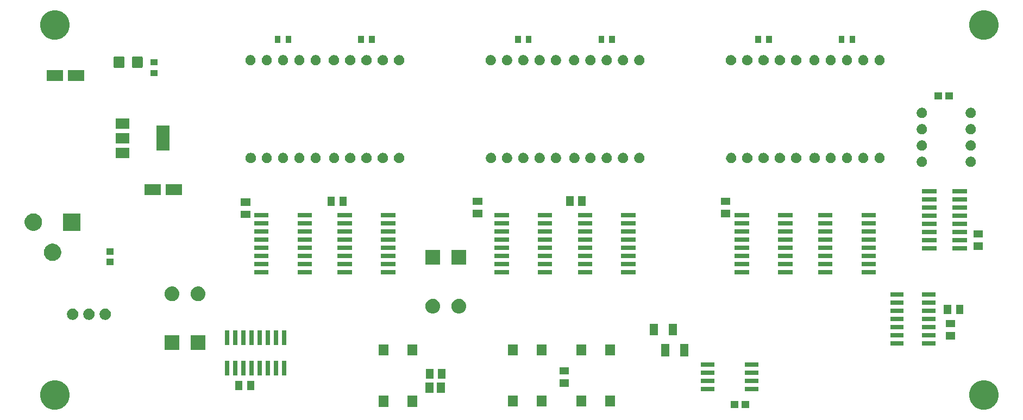
<source format=gbr>
G04 #@! TF.GenerationSoftware,KiCad,Pcbnew,(5.1.4)-1*
G04 #@! TF.CreationDate,2020-03-27T00:44:48-04:00*
G04 #@! TF.ProjectId,counter,636f756e-7465-4722-9e6b-696361645f70,v02*
G04 #@! TF.SameCoordinates,Original*
G04 #@! TF.FileFunction,Soldermask,Top*
G04 #@! TF.FilePolarity,Negative*
%FSLAX46Y46*%
G04 Gerber Fmt 4.6, Leading zero omitted, Abs format (unit mm)*
G04 Created by KiCad (PCBNEW (5.1.4)-1) date 2020-03-27 00:44:48*
%MOMM*%
%LPD*%
G04 APERTURE LIST*
%ADD10C,0.100000*%
G04 APERTURE END LIST*
D10*
G36*
X203871177Y-127327426D02*
G01*
X204289932Y-127500880D01*
X204289934Y-127500881D01*
X204666802Y-127752696D01*
X204987304Y-128073198D01*
X205152613Y-128320600D01*
X205239120Y-128450068D01*
X205412574Y-128868823D01*
X205501000Y-129313371D01*
X205501000Y-129766629D01*
X205412574Y-130211177D01*
X205239120Y-130629932D01*
X205239119Y-130629934D01*
X204987304Y-131006802D01*
X204666802Y-131327304D01*
X204289934Y-131579119D01*
X204289933Y-131579120D01*
X204289932Y-131579120D01*
X203871177Y-131752574D01*
X203426629Y-131841000D01*
X202973371Y-131841000D01*
X202528823Y-131752574D01*
X202110068Y-131579120D01*
X202110067Y-131579120D01*
X202110066Y-131579119D01*
X201733198Y-131327304D01*
X201412696Y-131006802D01*
X201160881Y-130629934D01*
X201160880Y-130629932D01*
X200987426Y-130211177D01*
X200899000Y-129766629D01*
X200899000Y-129313371D01*
X200987426Y-128868823D01*
X201160880Y-128450068D01*
X201247388Y-128320600D01*
X201412696Y-128073198D01*
X201733198Y-127752696D01*
X202110066Y-127500881D01*
X202110068Y-127500880D01*
X202528823Y-127327426D01*
X202973371Y-127239000D01*
X203426629Y-127239000D01*
X203871177Y-127327426D01*
X203871177Y-127327426D01*
G37*
G36*
X59091177Y-127327426D02*
G01*
X59509932Y-127500880D01*
X59509934Y-127500881D01*
X59886802Y-127752696D01*
X60207304Y-128073198D01*
X60372613Y-128320600D01*
X60459120Y-128450068D01*
X60632574Y-128868823D01*
X60721000Y-129313371D01*
X60721000Y-129766629D01*
X60632574Y-130211177D01*
X60459120Y-130629932D01*
X60459119Y-130629934D01*
X60207304Y-131006802D01*
X59886802Y-131327304D01*
X59509934Y-131579119D01*
X59509933Y-131579120D01*
X59509932Y-131579120D01*
X59091177Y-131752574D01*
X58646629Y-131841000D01*
X58193371Y-131841000D01*
X57748823Y-131752574D01*
X57330068Y-131579120D01*
X57330067Y-131579120D01*
X57330066Y-131579119D01*
X56953198Y-131327304D01*
X56632696Y-131006802D01*
X56380881Y-130629934D01*
X56380880Y-130629932D01*
X56207426Y-130211177D01*
X56119000Y-129766629D01*
X56119000Y-129313371D01*
X56207426Y-128868823D01*
X56380880Y-128450068D01*
X56467388Y-128320600D01*
X56632696Y-128073198D01*
X56953198Y-127752696D01*
X57330066Y-127500881D01*
X57330068Y-127500880D01*
X57748823Y-127327426D01*
X58193371Y-127239000D01*
X58646629Y-127239000D01*
X59091177Y-127327426D01*
X59091177Y-127327426D01*
G37*
G36*
X164978000Y-131615000D02*
G01*
X163776000Y-131615000D01*
X163776000Y-130513000D01*
X164978000Y-130513000D01*
X164978000Y-131615000D01*
X164978000Y-131615000D01*
G37*
G36*
X166678000Y-131615000D02*
G01*
X165476000Y-131615000D01*
X165476000Y-130513000D01*
X166678000Y-130513000D01*
X166678000Y-131615000D01*
X166678000Y-131615000D01*
G37*
G36*
X110400700Y-131381100D02*
G01*
X108898700Y-131381100D01*
X108898700Y-129679100D01*
X110400700Y-129679100D01*
X110400700Y-131381100D01*
X110400700Y-131381100D01*
G37*
G36*
X114900700Y-131381100D02*
G01*
X113398700Y-131381100D01*
X113398700Y-129679100D01*
X114900700Y-129679100D01*
X114900700Y-131381100D01*
X114900700Y-131381100D01*
G37*
G36*
X135081000Y-131343000D02*
G01*
X133579000Y-131343000D01*
X133579000Y-129641000D01*
X135081000Y-129641000D01*
X135081000Y-131343000D01*
X135081000Y-131343000D01*
G37*
G36*
X130581000Y-131343000D02*
G01*
X129079000Y-131343000D01*
X129079000Y-129641000D01*
X130581000Y-129641000D01*
X130581000Y-131343000D01*
X130581000Y-131343000D01*
G37*
G36*
X141249000Y-131343000D02*
G01*
X139747000Y-131343000D01*
X139747000Y-129641000D01*
X141249000Y-129641000D01*
X141249000Y-131343000D01*
X141249000Y-131343000D01*
G37*
G36*
X145749000Y-131343000D02*
G01*
X144247000Y-131343000D01*
X144247000Y-129641000D01*
X145749000Y-129641000D01*
X145749000Y-131343000D01*
X145749000Y-131343000D01*
G37*
G36*
X117480000Y-129183000D02*
G01*
X116218000Y-129183000D01*
X116218000Y-127611000D01*
X117480000Y-127611000D01*
X117480000Y-129183000D01*
X117480000Y-129183000D01*
G37*
G36*
X119240000Y-129183000D02*
G01*
X117978000Y-129183000D01*
X117978000Y-127611000D01*
X119240000Y-127611000D01*
X119240000Y-129183000D01*
X119240000Y-129183000D01*
G37*
G36*
X161226700Y-128981400D02*
G01*
X159067300Y-128981400D01*
X159067300Y-128320600D01*
X161226700Y-128320600D01*
X161226700Y-128981400D01*
X161226700Y-128981400D01*
G37*
G36*
X168084700Y-128981400D02*
G01*
X165925300Y-128981400D01*
X165925300Y-128320600D01*
X168084700Y-128320600D01*
X168084700Y-128981400D01*
X168084700Y-128981400D01*
G37*
G36*
X89534700Y-128835740D02*
G01*
X88392700Y-128835740D01*
X88392700Y-127353740D01*
X89534700Y-127353740D01*
X89534700Y-128835740D01*
X89534700Y-128835740D01*
G37*
G36*
X87654700Y-128835740D02*
G01*
X86512700Y-128835740D01*
X86512700Y-127353740D01*
X87654700Y-127353740D01*
X87654700Y-128835740D01*
X87654700Y-128835740D01*
G37*
G36*
X138536000Y-128257000D02*
G01*
X137054000Y-128257000D01*
X137054000Y-127115000D01*
X138536000Y-127115000D01*
X138536000Y-128257000D01*
X138536000Y-128257000D01*
G37*
G36*
X168084700Y-127711400D02*
G01*
X165925300Y-127711400D01*
X165925300Y-127050600D01*
X168084700Y-127050600D01*
X168084700Y-127711400D01*
X168084700Y-127711400D01*
G37*
G36*
X161226700Y-127711400D02*
G01*
X159067300Y-127711400D01*
X159067300Y-127050600D01*
X161226700Y-127050600D01*
X161226700Y-127711400D01*
X161226700Y-127711400D01*
G37*
G36*
X119291000Y-126979000D02*
G01*
X118149000Y-126979000D01*
X118149000Y-125497000D01*
X119291000Y-125497000D01*
X119291000Y-126979000D01*
X119291000Y-126979000D01*
G37*
G36*
X117411000Y-126979000D02*
G01*
X116269000Y-126979000D01*
X116269000Y-125497000D01*
X117411000Y-125497000D01*
X117411000Y-126979000D01*
X117411000Y-126979000D01*
G37*
G36*
X90670400Y-126492200D02*
G01*
X90009600Y-126492200D01*
X90009600Y-124205800D01*
X90670400Y-124205800D01*
X90670400Y-126492200D01*
X90670400Y-126492200D01*
G37*
G36*
X91940400Y-126492200D02*
G01*
X91279600Y-126492200D01*
X91279600Y-124205800D01*
X91940400Y-124205800D01*
X91940400Y-126492200D01*
X91940400Y-126492200D01*
G37*
G36*
X89400400Y-126492200D02*
G01*
X88739600Y-126492200D01*
X88739600Y-124205800D01*
X89400400Y-124205800D01*
X89400400Y-126492200D01*
X89400400Y-126492200D01*
G37*
G36*
X88130400Y-126492200D02*
G01*
X87469600Y-126492200D01*
X87469600Y-124205800D01*
X88130400Y-124205800D01*
X88130400Y-126492200D01*
X88130400Y-126492200D01*
G37*
G36*
X85590400Y-126492200D02*
G01*
X84929600Y-126492200D01*
X84929600Y-124205800D01*
X85590400Y-124205800D01*
X85590400Y-126492200D01*
X85590400Y-126492200D01*
G37*
G36*
X93210400Y-126492200D02*
G01*
X92549600Y-126492200D01*
X92549600Y-124205800D01*
X93210400Y-124205800D01*
X93210400Y-126492200D01*
X93210400Y-126492200D01*
G37*
G36*
X94480400Y-126492200D02*
G01*
X93819600Y-126492200D01*
X93819600Y-124205800D01*
X94480400Y-124205800D01*
X94480400Y-126492200D01*
X94480400Y-126492200D01*
G37*
G36*
X86860400Y-126492200D02*
G01*
X86199600Y-126492200D01*
X86199600Y-124205800D01*
X86860400Y-124205800D01*
X86860400Y-126492200D01*
X86860400Y-126492200D01*
G37*
G36*
X161226700Y-126441400D02*
G01*
X159067300Y-126441400D01*
X159067300Y-125780600D01*
X161226700Y-125780600D01*
X161226700Y-126441400D01*
X161226700Y-126441400D01*
G37*
G36*
X168084700Y-126441400D02*
G01*
X165925300Y-126441400D01*
X165925300Y-125780600D01*
X168084700Y-125780600D01*
X168084700Y-126441400D01*
X168084700Y-126441400D01*
G37*
G36*
X138536000Y-126377000D02*
G01*
X137054000Y-126377000D01*
X137054000Y-125235000D01*
X138536000Y-125235000D01*
X138536000Y-126377000D01*
X138536000Y-126377000D01*
G37*
G36*
X161226700Y-125171400D02*
G01*
X159067300Y-125171400D01*
X159067300Y-124510600D01*
X161226700Y-124510600D01*
X161226700Y-125171400D01*
X161226700Y-125171400D01*
G37*
G36*
X168084700Y-125171400D02*
G01*
X165925300Y-125171400D01*
X165925300Y-124510600D01*
X168084700Y-124510600D01*
X168084700Y-125171400D01*
X168084700Y-125171400D01*
G37*
G36*
X157173000Y-123516000D02*
G01*
X155911000Y-123516000D01*
X155911000Y-121594000D01*
X157173000Y-121594000D01*
X157173000Y-123516000D01*
X157173000Y-123516000D01*
G37*
G36*
X154223000Y-123516000D02*
G01*
X152961000Y-123516000D01*
X152961000Y-121594000D01*
X154223000Y-121594000D01*
X154223000Y-123516000D01*
X154223000Y-123516000D01*
G37*
G36*
X114900700Y-123381100D02*
G01*
X113398700Y-123381100D01*
X113398700Y-121679100D01*
X114900700Y-121679100D01*
X114900700Y-123381100D01*
X114900700Y-123381100D01*
G37*
G36*
X110400700Y-123381100D02*
G01*
X108898700Y-123381100D01*
X108898700Y-121679100D01*
X110400700Y-121679100D01*
X110400700Y-123381100D01*
X110400700Y-123381100D01*
G37*
G36*
X130581000Y-123343000D02*
G01*
X129079000Y-123343000D01*
X129079000Y-121641000D01*
X130581000Y-121641000D01*
X130581000Y-123343000D01*
X130581000Y-123343000D01*
G37*
G36*
X135081000Y-123343000D02*
G01*
X133579000Y-123343000D01*
X133579000Y-121641000D01*
X135081000Y-121641000D01*
X135081000Y-123343000D01*
X135081000Y-123343000D01*
G37*
G36*
X141249000Y-123343000D02*
G01*
X139747000Y-123343000D01*
X139747000Y-121641000D01*
X141249000Y-121641000D01*
X141249000Y-123343000D01*
X141249000Y-123343000D01*
G37*
G36*
X145749000Y-123343000D02*
G01*
X144247000Y-123343000D01*
X144247000Y-121641000D01*
X145749000Y-121641000D01*
X145749000Y-123343000D01*
X145749000Y-123343000D01*
G37*
G36*
X81923000Y-122563000D02*
G01*
X79621000Y-122563000D01*
X79621000Y-120261000D01*
X81923000Y-120261000D01*
X81923000Y-122563000D01*
X81923000Y-122563000D01*
G37*
G36*
X77859000Y-122563000D02*
G01*
X75557000Y-122563000D01*
X75557000Y-120261000D01*
X77859000Y-120261000D01*
X77859000Y-122563000D01*
X77859000Y-122563000D01*
G37*
G36*
X195656400Y-121869400D02*
G01*
X193573200Y-121869400D01*
X193573200Y-121208600D01*
X195656400Y-121208600D01*
X195656400Y-121869400D01*
X195656400Y-121869400D01*
G37*
G36*
X190728800Y-121869400D02*
G01*
X188645600Y-121869400D01*
X188645600Y-121208600D01*
X190728800Y-121208600D01*
X190728800Y-121869400D01*
X190728800Y-121869400D01*
G37*
G36*
X89400400Y-121767800D02*
G01*
X88739600Y-121767800D01*
X88739600Y-119481400D01*
X89400400Y-119481400D01*
X89400400Y-121767800D01*
X89400400Y-121767800D01*
G37*
G36*
X90670400Y-121767800D02*
G01*
X90009600Y-121767800D01*
X90009600Y-119481400D01*
X90670400Y-119481400D01*
X90670400Y-121767800D01*
X90670400Y-121767800D01*
G37*
G36*
X91940400Y-121767800D02*
G01*
X91279600Y-121767800D01*
X91279600Y-119481400D01*
X91940400Y-119481400D01*
X91940400Y-121767800D01*
X91940400Y-121767800D01*
G37*
G36*
X93210400Y-121767800D02*
G01*
X92549600Y-121767800D01*
X92549600Y-119481400D01*
X93210400Y-119481400D01*
X93210400Y-121767800D01*
X93210400Y-121767800D01*
G37*
G36*
X86860400Y-121767800D02*
G01*
X86199600Y-121767800D01*
X86199600Y-119481400D01*
X86860400Y-119481400D01*
X86860400Y-121767800D01*
X86860400Y-121767800D01*
G37*
G36*
X94480400Y-121767800D02*
G01*
X93819600Y-121767800D01*
X93819600Y-119481400D01*
X94480400Y-119481400D01*
X94480400Y-121767800D01*
X94480400Y-121767800D01*
G37*
G36*
X88130400Y-121767800D02*
G01*
X87469600Y-121767800D01*
X87469600Y-119481400D01*
X88130400Y-119481400D01*
X88130400Y-121767800D01*
X88130400Y-121767800D01*
G37*
G36*
X85590400Y-121767800D02*
G01*
X84929600Y-121767800D01*
X84929600Y-119481400D01*
X85590400Y-119481400D01*
X85590400Y-121767800D01*
X85590400Y-121767800D01*
G37*
G36*
X198734000Y-120891000D02*
G01*
X197252000Y-120891000D01*
X197252000Y-119749000D01*
X198734000Y-119749000D01*
X198734000Y-120891000D01*
X198734000Y-120891000D01*
G37*
G36*
X195656400Y-120599400D02*
G01*
X193573200Y-120599400D01*
X193573200Y-119938600D01*
X195656400Y-119938600D01*
X195656400Y-120599400D01*
X195656400Y-120599400D01*
G37*
G36*
X190728800Y-120599400D02*
G01*
X188645600Y-120599400D01*
X188645600Y-119938600D01*
X190728800Y-119938600D01*
X190728800Y-120599400D01*
X190728800Y-120599400D01*
G37*
G36*
X155369600Y-120220200D02*
G01*
X154107600Y-120220200D01*
X154107600Y-118438200D01*
X155369600Y-118438200D01*
X155369600Y-120220200D01*
X155369600Y-120220200D01*
G37*
G36*
X152419600Y-120220200D02*
G01*
X151157600Y-120220200D01*
X151157600Y-118438200D01*
X152419600Y-118438200D01*
X152419600Y-120220200D01*
X152419600Y-120220200D01*
G37*
G36*
X195656400Y-119329400D02*
G01*
X193573200Y-119329400D01*
X193573200Y-118668600D01*
X195656400Y-118668600D01*
X195656400Y-119329400D01*
X195656400Y-119329400D01*
G37*
G36*
X190728800Y-119329400D02*
G01*
X188645600Y-119329400D01*
X188645600Y-118668600D01*
X190728800Y-118668600D01*
X190728800Y-119329400D01*
X190728800Y-119329400D01*
G37*
G36*
X198734000Y-119011000D02*
G01*
X197252000Y-119011000D01*
X197252000Y-117869000D01*
X198734000Y-117869000D01*
X198734000Y-119011000D01*
X198734000Y-119011000D01*
G37*
G36*
X190728800Y-118059400D02*
G01*
X188645600Y-118059400D01*
X188645600Y-117398600D01*
X190728800Y-117398600D01*
X190728800Y-118059400D01*
X190728800Y-118059400D01*
G37*
G36*
X195656400Y-118059400D02*
G01*
X193573200Y-118059400D01*
X193573200Y-117398600D01*
X195656400Y-117398600D01*
X195656400Y-118059400D01*
X195656400Y-118059400D01*
G37*
G36*
X61473370Y-116111972D02*
G01*
X61635196Y-116179002D01*
X61780832Y-116276313D01*
X61904687Y-116400168D01*
X62001998Y-116545804D01*
X62069028Y-116707630D01*
X62103200Y-116879423D01*
X62103200Y-117054577D01*
X62069028Y-117226370D01*
X62001998Y-117388196D01*
X61904687Y-117533832D01*
X61780832Y-117657687D01*
X61635196Y-117754998D01*
X61473370Y-117822028D01*
X61301579Y-117856200D01*
X61126421Y-117856200D01*
X60954630Y-117822028D01*
X60792804Y-117754998D01*
X60647168Y-117657687D01*
X60523313Y-117533832D01*
X60426002Y-117388196D01*
X60358972Y-117226370D01*
X60324800Y-117054577D01*
X60324800Y-116879423D01*
X60358972Y-116707630D01*
X60426002Y-116545804D01*
X60523313Y-116400168D01*
X60647168Y-116276313D01*
X60792804Y-116179002D01*
X60954630Y-116111972D01*
X61126421Y-116077800D01*
X61301579Y-116077800D01*
X61473370Y-116111972D01*
X61473370Y-116111972D01*
G37*
G36*
X64013370Y-116111972D02*
G01*
X64175196Y-116179002D01*
X64320832Y-116276313D01*
X64444687Y-116400168D01*
X64541998Y-116545804D01*
X64609028Y-116707630D01*
X64643200Y-116879423D01*
X64643200Y-117054577D01*
X64609028Y-117226370D01*
X64541998Y-117388196D01*
X64444687Y-117533832D01*
X64320832Y-117657687D01*
X64175196Y-117754998D01*
X64013370Y-117822028D01*
X63841579Y-117856200D01*
X63666421Y-117856200D01*
X63494630Y-117822028D01*
X63332804Y-117754998D01*
X63187168Y-117657687D01*
X63063313Y-117533832D01*
X62966002Y-117388196D01*
X62898972Y-117226370D01*
X62864800Y-117054577D01*
X62864800Y-116879423D01*
X62898972Y-116707630D01*
X62966002Y-116545804D01*
X63063313Y-116400168D01*
X63187168Y-116276313D01*
X63332804Y-116179002D01*
X63494630Y-116111972D01*
X63666421Y-116077800D01*
X63841579Y-116077800D01*
X64013370Y-116111972D01*
X64013370Y-116111972D01*
G37*
G36*
X66553370Y-116111972D02*
G01*
X66715196Y-116179002D01*
X66860832Y-116276313D01*
X66984687Y-116400168D01*
X67081998Y-116545804D01*
X67149028Y-116707630D01*
X67183200Y-116879423D01*
X67183200Y-117054577D01*
X67149028Y-117226370D01*
X67081998Y-117388196D01*
X66984687Y-117533832D01*
X66860832Y-117657687D01*
X66715196Y-117754998D01*
X66553370Y-117822028D01*
X66381579Y-117856200D01*
X66206421Y-117856200D01*
X66034630Y-117822028D01*
X65872804Y-117754998D01*
X65727168Y-117657687D01*
X65603313Y-117533832D01*
X65506002Y-117388196D01*
X65438972Y-117226370D01*
X65404800Y-117054577D01*
X65404800Y-116879423D01*
X65438972Y-116707630D01*
X65506002Y-116545804D01*
X65603313Y-116400168D01*
X65727168Y-116276313D01*
X65872804Y-116179002D01*
X66034630Y-116111972D01*
X66206421Y-116077800D01*
X66381579Y-116077800D01*
X66553370Y-116111972D01*
X66553370Y-116111972D01*
G37*
G36*
X200012000Y-116946000D02*
G01*
X198870000Y-116946000D01*
X198870000Y-115464000D01*
X200012000Y-115464000D01*
X200012000Y-116946000D01*
X200012000Y-116946000D01*
G37*
G36*
X198132000Y-116946000D02*
G01*
X196990000Y-116946000D01*
X196990000Y-115464000D01*
X198132000Y-115464000D01*
X198132000Y-116946000D01*
X198132000Y-116946000D01*
G37*
G36*
X117573635Y-114562654D02*
G01*
X117701004Y-114601291D01*
X117790604Y-114628471D01*
X117990554Y-114735347D01*
X118165818Y-114879182D01*
X118309653Y-115054446D01*
X118416529Y-115254396D01*
X118482346Y-115471366D01*
X118504569Y-115697000D01*
X118482346Y-115922634D01*
X118416529Y-116139604D01*
X118309653Y-116339554D01*
X118165818Y-116514818D01*
X117990554Y-116658653D01*
X117790604Y-116765529D01*
X117711912Y-116789400D01*
X117573635Y-116831346D01*
X117404543Y-116848000D01*
X117291457Y-116848000D01*
X117122365Y-116831346D01*
X116984088Y-116789400D01*
X116905396Y-116765529D01*
X116705446Y-116658653D01*
X116530182Y-116514818D01*
X116386347Y-116339554D01*
X116279471Y-116139604D01*
X116213654Y-115922634D01*
X116191431Y-115697000D01*
X116213654Y-115471366D01*
X116279471Y-115254396D01*
X116386347Y-115054446D01*
X116530182Y-114879182D01*
X116705446Y-114735347D01*
X116905396Y-114628471D01*
X116994996Y-114601291D01*
X117122365Y-114562654D01*
X117291457Y-114546000D01*
X117404543Y-114546000D01*
X117573635Y-114562654D01*
X117573635Y-114562654D01*
G37*
G36*
X121637635Y-114562654D02*
G01*
X121765004Y-114601291D01*
X121854604Y-114628471D01*
X122054554Y-114735347D01*
X122229818Y-114879182D01*
X122373653Y-115054446D01*
X122480529Y-115254396D01*
X122546346Y-115471366D01*
X122568569Y-115697000D01*
X122546346Y-115922634D01*
X122480529Y-116139604D01*
X122373653Y-116339554D01*
X122229818Y-116514818D01*
X122054554Y-116658653D01*
X121854604Y-116765529D01*
X121775912Y-116789400D01*
X121637635Y-116831346D01*
X121468543Y-116848000D01*
X121355457Y-116848000D01*
X121186365Y-116831346D01*
X121048088Y-116789400D01*
X120969396Y-116765529D01*
X120769446Y-116658653D01*
X120594182Y-116514818D01*
X120450347Y-116339554D01*
X120343471Y-116139604D01*
X120277654Y-115922634D01*
X120255431Y-115697000D01*
X120277654Y-115471366D01*
X120343471Y-115254396D01*
X120450347Y-115054446D01*
X120594182Y-114879182D01*
X120769446Y-114735347D01*
X120969396Y-114628471D01*
X121058996Y-114601291D01*
X121186365Y-114562654D01*
X121355457Y-114546000D01*
X121468543Y-114546000D01*
X121637635Y-114562654D01*
X121637635Y-114562654D01*
G37*
G36*
X195656400Y-116789400D02*
G01*
X193573200Y-116789400D01*
X193573200Y-116128600D01*
X195656400Y-116128600D01*
X195656400Y-116789400D01*
X195656400Y-116789400D01*
G37*
G36*
X190728800Y-116789400D02*
G01*
X188645600Y-116789400D01*
X188645600Y-116128600D01*
X190728800Y-116128600D01*
X190728800Y-116789400D01*
X190728800Y-116789400D01*
G37*
G36*
X195656400Y-115519400D02*
G01*
X193573200Y-115519400D01*
X193573200Y-114858600D01*
X195656400Y-114858600D01*
X195656400Y-115519400D01*
X195656400Y-115519400D01*
G37*
G36*
X190728800Y-115519400D02*
G01*
X188645600Y-115519400D01*
X188645600Y-114858600D01*
X190728800Y-114858600D01*
X190728800Y-115519400D01*
X190728800Y-115519400D01*
G37*
G36*
X76933635Y-112657654D02*
G01*
X77061004Y-112696291D01*
X77150604Y-112723471D01*
X77350554Y-112830347D01*
X77525818Y-112974182D01*
X77669653Y-113149446D01*
X77776529Y-113349396D01*
X77842346Y-113566366D01*
X77864569Y-113792000D01*
X77842346Y-114017634D01*
X77776529Y-114234604D01*
X77669653Y-114434554D01*
X77525818Y-114609818D01*
X77350554Y-114753653D01*
X77150604Y-114860529D01*
X77089113Y-114879182D01*
X76933635Y-114926346D01*
X76764543Y-114943000D01*
X76651457Y-114943000D01*
X76482365Y-114926346D01*
X76326887Y-114879182D01*
X76265396Y-114860529D01*
X76065446Y-114753653D01*
X75890182Y-114609818D01*
X75746347Y-114434554D01*
X75639471Y-114234604D01*
X75573654Y-114017634D01*
X75551431Y-113792000D01*
X75573654Y-113566366D01*
X75639471Y-113349396D01*
X75746347Y-113149446D01*
X75890182Y-112974182D01*
X76065446Y-112830347D01*
X76265396Y-112723471D01*
X76354996Y-112696291D01*
X76482365Y-112657654D01*
X76651457Y-112641000D01*
X76764543Y-112641000D01*
X76933635Y-112657654D01*
X76933635Y-112657654D01*
G37*
G36*
X80997635Y-112657654D02*
G01*
X81125004Y-112696291D01*
X81214604Y-112723471D01*
X81414554Y-112830347D01*
X81589818Y-112974182D01*
X81733653Y-113149446D01*
X81840529Y-113349396D01*
X81906346Y-113566366D01*
X81928569Y-113792000D01*
X81906346Y-114017634D01*
X81840529Y-114234604D01*
X81733653Y-114434554D01*
X81589818Y-114609818D01*
X81414554Y-114753653D01*
X81214604Y-114860529D01*
X81153113Y-114879182D01*
X80997635Y-114926346D01*
X80828543Y-114943000D01*
X80715457Y-114943000D01*
X80546365Y-114926346D01*
X80390887Y-114879182D01*
X80329396Y-114860529D01*
X80129446Y-114753653D01*
X79954182Y-114609818D01*
X79810347Y-114434554D01*
X79703471Y-114234604D01*
X79637654Y-114017634D01*
X79615431Y-113792000D01*
X79637654Y-113566366D01*
X79703471Y-113349396D01*
X79810347Y-113149446D01*
X79954182Y-112974182D01*
X80129446Y-112830347D01*
X80329396Y-112723471D01*
X80418996Y-112696291D01*
X80546365Y-112657654D01*
X80715457Y-112641000D01*
X80828543Y-112641000D01*
X80997635Y-112657654D01*
X80997635Y-112657654D01*
G37*
G36*
X195656400Y-114249400D02*
G01*
X193573200Y-114249400D01*
X193573200Y-113588600D01*
X195656400Y-113588600D01*
X195656400Y-114249400D01*
X195656400Y-114249400D01*
G37*
G36*
X190728800Y-114249400D02*
G01*
X188645600Y-114249400D01*
X188645600Y-113588600D01*
X190728800Y-113588600D01*
X190728800Y-114249400D01*
X190728800Y-114249400D01*
G37*
G36*
X135950700Y-110775400D02*
G01*
X133689700Y-110775400D01*
X133689700Y-110114600D01*
X135950700Y-110114600D01*
X135950700Y-110775400D01*
X135950700Y-110775400D01*
G37*
G36*
X129194300Y-110775400D02*
G01*
X126933300Y-110775400D01*
X126933300Y-110114600D01*
X129194300Y-110114600D01*
X129194300Y-110775400D01*
X129194300Y-110775400D01*
G37*
G36*
X148950700Y-110775400D02*
G01*
X146689700Y-110775400D01*
X146689700Y-110114600D01*
X148950700Y-110114600D01*
X148950700Y-110775400D01*
X148950700Y-110775400D01*
G37*
G36*
X142194300Y-110775400D02*
G01*
X139933300Y-110775400D01*
X139933300Y-110114600D01*
X142194300Y-110114600D01*
X142194300Y-110775400D01*
X142194300Y-110775400D01*
G37*
G36*
X186392700Y-110775400D02*
G01*
X184131700Y-110775400D01*
X184131700Y-110114600D01*
X186392700Y-110114600D01*
X186392700Y-110775400D01*
X186392700Y-110775400D01*
G37*
G36*
X179636300Y-110775400D02*
G01*
X177375300Y-110775400D01*
X177375300Y-110114600D01*
X179636300Y-110114600D01*
X179636300Y-110775400D01*
X179636300Y-110775400D01*
G37*
G36*
X173392700Y-110775400D02*
G01*
X171131700Y-110775400D01*
X171131700Y-110114600D01*
X173392700Y-110114600D01*
X173392700Y-110775400D01*
X173392700Y-110775400D01*
G37*
G36*
X166636300Y-110775400D02*
G01*
X164375300Y-110775400D01*
X164375300Y-110114600D01*
X166636300Y-110114600D01*
X166636300Y-110775400D01*
X166636300Y-110775400D01*
G37*
G36*
X98508700Y-110775400D02*
G01*
X96247700Y-110775400D01*
X96247700Y-110114600D01*
X98508700Y-110114600D01*
X98508700Y-110775400D01*
X98508700Y-110775400D01*
G37*
G36*
X91752300Y-110775400D02*
G01*
X89491300Y-110775400D01*
X89491300Y-110114600D01*
X91752300Y-110114600D01*
X91752300Y-110775400D01*
X91752300Y-110775400D01*
G37*
G36*
X111508700Y-110775400D02*
G01*
X109247700Y-110775400D01*
X109247700Y-110114600D01*
X111508700Y-110114600D01*
X111508700Y-110775400D01*
X111508700Y-110775400D01*
G37*
G36*
X104752300Y-110775400D02*
G01*
X102491300Y-110775400D01*
X102491300Y-110114600D01*
X104752300Y-110114600D01*
X104752300Y-110775400D01*
X104752300Y-110775400D01*
G37*
G36*
X98508700Y-109505400D02*
G01*
X96247700Y-109505400D01*
X96247700Y-108844600D01*
X98508700Y-108844600D01*
X98508700Y-109505400D01*
X98508700Y-109505400D01*
G37*
G36*
X186392700Y-109505400D02*
G01*
X184131700Y-109505400D01*
X184131700Y-108844600D01*
X186392700Y-108844600D01*
X186392700Y-109505400D01*
X186392700Y-109505400D01*
G37*
G36*
X179636300Y-109505400D02*
G01*
X177375300Y-109505400D01*
X177375300Y-108844600D01*
X179636300Y-108844600D01*
X179636300Y-109505400D01*
X179636300Y-109505400D01*
G37*
G36*
X148950700Y-109505400D02*
G01*
X146689700Y-109505400D01*
X146689700Y-108844600D01*
X148950700Y-108844600D01*
X148950700Y-109505400D01*
X148950700Y-109505400D01*
G37*
G36*
X142194300Y-109505400D02*
G01*
X139933300Y-109505400D01*
X139933300Y-108844600D01*
X142194300Y-108844600D01*
X142194300Y-109505400D01*
X142194300Y-109505400D01*
G37*
G36*
X173392700Y-109505400D02*
G01*
X171131700Y-109505400D01*
X171131700Y-108844600D01*
X173392700Y-108844600D01*
X173392700Y-109505400D01*
X173392700Y-109505400D01*
G37*
G36*
X129194300Y-109505400D02*
G01*
X126933300Y-109505400D01*
X126933300Y-108844600D01*
X129194300Y-108844600D01*
X129194300Y-109505400D01*
X129194300Y-109505400D01*
G37*
G36*
X111508700Y-109505400D02*
G01*
X109247700Y-109505400D01*
X109247700Y-108844600D01*
X111508700Y-108844600D01*
X111508700Y-109505400D01*
X111508700Y-109505400D01*
G37*
G36*
X91752300Y-109505400D02*
G01*
X89491300Y-109505400D01*
X89491300Y-108844600D01*
X91752300Y-108844600D01*
X91752300Y-109505400D01*
X91752300Y-109505400D01*
G37*
G36*
X104752300Y-109505400D02*
G01*
X102491300Y-109505400D01*
X102491300Y-108844600D01*
X104752300Y-108844600D01*
X104752300Y-109505400D01*
X104752300Y-109505400D01*
G37*
G36*
X166636300Y-109505400D02*
G01*
X164375300Y-109505400D01*
X164375300Y-108844600D01*
X166636300Y-108844600D01*
X166636300Y-109505400D01*
X166636300Y-109505400D01*
G37*
G36*
X135950700Y-109505400D02*
G01*
X133689700Y-109505400D01*
X133689700Y-108844600D01*
X135950700Y-108844600D01*
X135950700Y-109505400D01*
X135950700Y-109505400D01*
G37*
G36*
X67589600Y-109283700D02*
G01*
X66522400Y-109283700D01*
X66522400Y-108318100D01*
X67589600Y-108318100D01*
X67589600Y-109283700D01*
X67589600Y-109283700D01*
G37*
G36*
X118499000Y-109228000D02*
G01*
X116197000Y-109228000D01*
X116197000Y-106926000D01*
X118499000Y-106926000D01*
X118499000Y-109228000D01*
X118499000Y-109228000D01*
G37*
G36*
X122563000Y-109228000D02*
G01*
X120261000Y-109228000D01*
X120261000Y-106926000D01*
X122563000Y-106926000D01*
X122563000Y-109228000D01*
X122563000Y-109228000D01*
G37*
G36*
X58481072Y-106016918D02*
G01*
X58726941Y-106118760D01*
X58948213Y-106266609D01*
X59136391Y-106454787D01*
X59284240Y-106676059D01*
X59386082Y-106921928D01*
X59438000Y-107182938D01*
X59438000Y-107449062D01*
X59386082Y-107710072D01*
X59284240Y-107955941D01*
X59136391Y-108177213D01*
X58948213Y-108365391D01*
X58726941Y-108513240D01*
X58481072Y-108615082D01*
X58220062Y-108667000D01*
X57953938Y-108667000D01*
X57692928Y-108615082D01*
X57447059Y-108513240D01*
X57225787Y-108365391D01*
X57037609Y-108177213D01*
X56889760Y-107955941D01*
X56787918Y-107710072D01*
X56736000Y-107449062D01*
X56736000Y-107182938D01*
X56787918Y-106921928D01*
X56889760Y-106676059D01*
X57037609Y-106454787D01*
X57225787Y-106266609D01*
X57447059Y-106118760D01*
X57692928Y-106016918D01*
X57953938Y-105965000D01*
X58220062Y-105965000D01*
X58481072Y-106016918D01*
X58481072Y-106016918D01*
G37*
G36*
X129194300Y-108235400D02*
G01*
X126933300Y-108235400D01*
X126933300Y-107574600D01*
X129194300Y-107574600D01*
X129194300Y-108235400D01*
X129194300Y-108235400D01*
G37*
G36*
X148950700Y-108235400D02*
G01*
X146689700Y-108235400D01*
X146689700Y-107574600D01*
X148950700Y-107574600D01*
X148950700Y-108235400D01*
X148950700Y-108235400D01*
G37*
G36*
X135950700Y-108235400D02*
G01*
X133689700Y-108235400D01*
X133689700Y-107574600D01*
X135950700Y-107574600D01*
X135950700Y-108235400D01*
X135950700Y-108235400D01*
G37*
G36*
X98508700Y-108235400D02*
G01*
X96247700Y-108235400D01*
X96247700Y-107574600D01*
X98508700Y-107574600D01*
X98508700Y-108235400D01*
X98508700Y-108235400D01*
G37*
G36*
X91752300Y-108235400D02*
G01*
X89491300Y-108235400D01*
X89491300Y-107574600D01*
X91752300Y-107574600D01*
X91752300Y-108235400D01*
X91752300Y-108235400D01*
G37*
G36*
X104752300Y-108235400D02*
G01*
X102491300Y-108235400D01*
X102491300Y-107574600D01*
X104752300Y-107574600D01*
X104752300Y-108235400D01*
X104752300Y-108235400D01*
G37*
G36*
X111508700Y-108235400D02*
G01*
X109247700Y-108235400D01*
X109247700Y-107574600D01*
X111508700Y-107574600D01*
X111508700Y-108235400D01*
X111508700Y-108235400D01*
G37*
G36*
X173392700Y-108235400D02*
G01*
X171131700Y-108235400D01*
X171131700Y-107574600D01*
X173392700Y-107574600D01*
X173392700Y-108235400D01*
X173392700Y-108235400D01*
G37*
G36*
X166636300Y-108235400D02*
G01*
X164375300Y-108235400D01*
X164375300Y-107574600D01*
X166636300Y-107574600D01*
X166636300Y-108235400D01*
X166636300Y-108235400D01*
G37*
G36*
X179636300Y-108235400D02*
G01*
X177375300Y-108235400D01*
X177375300Y-107574600D01*
X179636300Y-107574600D01*
X179636300Y-108235400D01*
X179636300Y-108235400D01*
G37*
G36*
X186392700Y-108235400D02*
G01*
X184131700Y-108235400D01*
X184131700Y-107574600D01*
X186392700Y-107574600D01*
X186392700Y-108235400D01*
X186392700Y-108235400D01*
G37*
G36*
X142194300Y-108235400D02*
G01*
X139933300Y-108235400D01*
X139933300Y-107574600D01*
X142194300Y-107574600D01*
X142194300Y-108235400D01*
X142194300Y-108235400D01*
G37*
G36*
X67589600Y-107683500D02*
G01*
X66522400Y-107683500D01*
X66522400Y-106717900D01*
X67589600Y-106717900D01*
X67589600Y-107683500D01*
X67589600Y-107683500D01*
G37*
G36*
X195885000Y-107010400D02*
G01*
X193598600Y-107010400D01*
X193598600Y-106349600D01*
X195885000Y-106349600D01*
X195885000Y-107010400D01*
X195885000Y-107010400D01*
G37*
G36*
X200609400Y-107010400D02*
G01*
X198323000Y-107010400D01*
X198323000Y-106349600D01*
X200609400Y-106349600D01*
X200609400Y-107010400D01*
X200609400Y-107010400D01*
G37*
G36*
X142194300Y-106965400D02*
G01*
X139933300Y-106965400D01*
X139933300Y-106304600D01*
X142194300Y-106304600D01*
X142194300Y-106965400D01*
X142194300Y-106965400D01*
G37*
G36*
X179636300Y-106965400D02*
G01*
X177375300Y-106965400D01*
X177375300Y-106304600D01*
X179636300Y-106304600D01*
X179636300Y-106965400D01*
X179636300Y-106965400D01*
G37*
G36*
X166636300Y-106965400D02*
G01*
X164375300Y-106965400D01*
X164375300Y-106304600D01*
X166636300Y-106304600D01*
X166636300Y-106965400D01*
X166636300Y-106965400D01*
G37*
G36*
X148950700Y-106965400D02*
G01*
X146689700Y-106965400D01*
X146689700Y-106304600D01*
X148950700Y-106304600D01*
X148950700Y-106965400D01*
X148950700Y-106965400D01*
G37*
G36*
X173392700Y-106965400D02*
G01*
X171131700Y-106965400D01*
X171131700Y-106304600D01*
X173392700Y-106304600D01*
X173392700Y-106965400D01*
X173392700Y-106965400D01*
G37*
G36*
X186392700Y-106965400D02*
G01*
X184131700Y-106965400D01*
X184131700Y-106304600D01*
X186392700Y-106304600D01*
X186392700Y-106965400D01*
X186392700Y-106965400D01*
G37*
G36*
X91752300Y-106965400D02*
G01*
X89491300Y-106965400D01*
X89491300Y-106304600D01*
X91752300Y-106304600D01*
X91752300Y-106965400D01*
X91752300Y-106965400D01*
G37*
G36*
X129194300Y-106965400D02*
G01*
X126933300Y-106965400D01*
X126933300Y-106304600D01*
X129194300Y-106304600D01*
X129194300Y-106965400D01*
X129194300Y-106965400D01*
G37*
G36*
X111508700Y-106965400D02*
G01*
X109247700Y-106965400D01*
X109247700Y-106304600D01*
X111508700Y-106304600D01*
X111508700Y-106965400D01*
X111508700Y-106965400D01*
G37*
G36*
X98508700Y-106965400D02*
G01*
X96247700Y-106965400D01*
X96247700Y-106304600D01*
X98508700Y-106304600D01*
X98508700Y-106965400D01*
X98508700Y-106965400D01*
G37*
G36*
X135950700Y-106965400D02*
G01*
X133689700Y-106965400D01*
X133689700Y-106304600D01*
X135950700Y-106304600D01*
X135950700Y-106965400D01*
X135950700Y-106965400D01*
G37*
G36*
X104752300Y-106965400D02*
G01*
X102491300Y-106965400D01*
X102491300Y-106304600D01*
X104752300Y-106304600D01*
X104752300Y-106965400D01*
X104752300Y-106965400D01*
G37*
G36*
X203052000Y-106908500D02*
G01*
X201570000Y-106908500D01*
X201570000Y-105766500D01*
X203052000Y-105766500D01*
X203052000Y-106908500D01*
X203052000Y-106908500D01*
G37*
G36*
X200609400Y-105740400D02*
G01*
X198323000Y-105740400D01*
X198323000Y-105079600D01*
X200609400Y-105079600D01*
X200609400Y-105740400D01*
X200609400Y-105740400D01*
G37*
G36*
X195885000Y-105740400D02*
G01*
X193598600Y-105740400D01*
X193598600Y-105079600D01*
X195885000Y-105079600D01*
X195885000Y-105740400D01*
X195885000Y-105740400D01*
G37*
G36*
X104752300Y-105695400D02*
G01*
X102491300Y-105695400D01*
X102491300Y-105034600D01*
X104752300Y-105034600D01*
X104752300Y-105695400D01*
X104752300Y-105695400D01*
G37*
G36*
X91752300Y-105695400D02*
G01*
X89491300Y-105695400D01*
X89491300Y-105034600D01*
X91752300Y-105034600D01*
X91752300Y-105695400D01*
X91752300Y-105695400D01*
G37*
G36*
X142194300Y-105695400D02*
G01*
X139933300Y-105695400D01*
X139933300Y-105034600D01*
X142194300Y-105034600D01*
X142194300Y-105695400D01*
X142194300Y-105695400D01*
G37*
G36*
X98508700Y-105695400D02*
G01*
X96247700Y-105695400D01*
X96247700Y-105034600D01*
X98508700Y-105034600D01*
X98508700Y-105695400D01*
X98508700Y-105695400D01*
G37*
G36*
X129194300Y-105695400D02*
G01*
X126933300Y-105695400D01*
X126933300Y-105034600D01*
X129194300Y-105034600D01*
X129194300Y-105695400D01*
X129194300Y-105695400D01*
G37*
G36*
X186392700Y-105695400D02*
G01*
X184131700Y-105695400D01*
X184131700Y-105034600D01*
X186392700Y-105034600D01*
X186392700Y-105695400D01*
X186392700Y-105695400D01*
G37*
G36*
X179636300Y-105695400D02*
G01*
X177375300Y-105695400D01*
X177375300Y-105034600D01*
X179636300Y-105034600D01*
X179636300Y-105695400D01*
X179636300Y-105695400D01*
G37*
G36*
X111508700Y-105695400D02*
G01*
X109247700Y-105695400D01*
X109247700Y-105034600D01*
X111508700Y-105034600D01*
X111508700Y-105695400D01*
X111508700Y-105695400D01*
G37*
G36*
X166636300Y-105695400D02*
G01*
X164375300Y-105695400D01*
X164375300Y-105034600D01*
X166636300Y-105034600D01*
X166636300Y-105695400D01*
X166636300Y-105695400D01*
G37*
G36*
X148950700Y-105695400D02*
G01*
X146689700Y-105695400D01*
X146689700Y-105034600D01*
X148950700Y-105034600D01*
X148950700Y-105695400D01*
X148950700Y-105695400D01*
G37*
G36*
X135950700Y-105695400D02*
G01*
X133689700Y-105695400D01*
X133689700Y-105034600D01*
X135950700Y-105034600D01*
X135950700Y-105695400D01*
X135950700Y-105695400D01*
G37*
G36*
X173392700Y-105695400D02*
G01*
X171131700Y-105695400D01*
X171131700Y-105034600D01*
X173392700Y-105034600D01*
X173392700Y-105695400D01*
X173392700Y-105695400D01*
G37*
G36*
X203052000Y-105028500D02*
G01*
X201570000Y-105028500D01*
X201570000Y-103886500D01*
X203052000Y-103886500D01*
X203052000Y-105028500D01*
X203052000Y-105028500D01*
G37*
G36*
X195885000Y-104470400D02*
G01*
X193598600Y-104470400D01*
X193598600Y-103809600D01*
X195885000Y-103809600D01*
X195885000Y-104470400D01*
X195885000Y-104470400D01*
G37*
G36*
X200609400Y-104470400D02*
G01*
X198323000Y-104470400D01*
X198323000Y-103809600D01*
X200609400Y-103809600D01*
X200609400Y-104470400D01*
X200609400Y-104470400D01*
G37*
G36*
X91752300Y-104425400D02*
G01*
X89491300Y-104425400D01*
X89491300Y-103764600D01*
X91752300Y-103764600D01*
X91752300Y-104425400D01*
X91752300Y-104425400D01*
G37*
G36*
X111508700Y-104425400D02*
G01*
X109247700Y-104425400D01*
X109247700Y-103764600D01*
X111508700Y-103764600D01*
X111508700Y-104425400D01*
X111508700Y-104425400D01*
G37*
G36*
X98508700Y-104425400D02*
G01*
X96247700Y-104425400D01*
X96247700Y-103764600D01*
X98508700Y-103764600D01*
X98508700Y-104425400D01*
X98508700Y-104425400D01*
G37*
G36*
X104752300Y-104425400D02*
G01*
X102491300Y-104425400D01*
X102491300Y-103764600D01*
X104752300Y-103764600D01*
X104752300Y-104425400D01*
X104752300Y-104425400D01*
G37*
G36*
X142194300Y-104425400D02*
G01*
X139933300Y-104425400D01*
X139933300Y-103764600D01*
X142194300Y-103764600D01*
X142194300Y-104425400D01*
X142194300Y-104425400D01*
G37*
G36*
X148950700Y-104425400D02*
G01*
X146689700Y-104425400D01*
X146689700Y-103764600D01*
X148950700Y-103764600D01*
X148950700Y-104425400D01*
X148950700Y-104425400D01*
G37*
G36*
X166636300Y-104425400D02*
G01*
X164375300Y-104425400D01*
X164375300Y-103764600D01*
X166636300Y-103764600D01*
X166636300Y-104425400D01*
X166636300Y-104425400D01*
G37*
G36*
X173392700Y-104425400D02*
G01*
X171131700Y-104425400D01*
X171131700Y-103764600D01*
X173392700Y-103764600D01*
X173392700Y-104425400D01*
X173392700Y-104425400D01*
G37*
G36*
X179636300Y-104425400D02*
G01*
X177375300Y-104425400D01*
X177375300Y-103764600D01*
X179636300Y-103764600D01*
X179636300Y-104425400D01*
X179636300Y-104425400D01*
G37*
G36*
X135950700Y-104425400D02*
G01*
X133689700Y-104425400D01*
X133689700Y-103764600D01*
X135950700Y-103764600D01*
X135950700Y-104425400D01*
X135950700Y-104425400D01*
G37*
G36*
X186392700Y-104425400D02*
G01*
X184131700Y-104425400D01*
X184131700Y-103764600D01*
X186392700Y-103764600D01*
X186392700Y-104425400D01*
X186392700Y-104425400D01*
G37*
G36*
X129194300Y-104425400D02*
G01*
X126933300Y-104425400D01*
X126933300Y-103764600D01*
X129194300Y-103764600D01*
X129194300Y-104425400D01*
X129194300Y-104425400D01*
G37*
G36*
X62438000Y-103967000D02*
G01*
X59736000Y-103967000D01*
X59736000Y-101265000D01*
X62438000Y-101265000D01*
X62438000Y-103967000D01*
X62438000Y-103967000D01*
G37*
G36*
X55481072Y-101316918D02*
G01*
X55726941Y-101418760D01*
X55948213Y-101566609D01*
X56136391Y-101754787D01*
X56284240Y-101976059D01*
X56386082Y-102221928D01*
X56438000Y-102482938D01*
X56438000Y-102749062D01*
X56386082Y-103010072D01*
X56284240Y-103255941D01*
X56136391Y-103477213D01*
X55948213Y-103665391D01*
X55726941Y-103813240D01*
X55481072Y-103915082D01*
X55220062Y-103967000D01*
X54953938Y-103967000D01*
X54692928Y-103915082D01*
X54447059Y-103813240D01*
X54225787Y-103665391D01*
X54037609Y-103477213D01*
X53889760Y-103255941D01*
X53787918Y-103010072D01*
X53736000Y-102749062D01*
X53736000Y-102482938D01*
X53787918Y-102221928D01*
X53889760Y-101976059D01*
X54037609Y-101754787D01*
X54225787Y-101566609D01*
X54447059Y-101418760D01*
X54692928Y-101316918D01*
X54953938Y-101265000D01*
X55220062Y-101265000D01*
X55481072Y-101316918D01*
X55481072Y-101316918D01*
G37*
G36*
X200609400Y-103200400D02*
G01*
X198323000Y-103200400D01*
X198323000Y-102539600D01*
X200609400Y-102539600D01*
X200609400Y-103200400D01*
X200609400Y-103200400D01*
G37*
G36*
X195885000Y-103200400D02*
G01*
X193598600Y-103200400D01*
X193598600Y-102539600D01*
X195885000Y-102539600D01*
X195885000Y-103200400D01*
X195885000Y-103200400D01*
G37*
G36*
X98508700Y-103155400D02*
G01*
X96247700Y-103155400D01*
X96247700Y-102494600D01*
X98508700Y-102494600D01*
X98508700Y-103155400D01*
X98508700Y-103155400D01*
G37*
G36*
X104752300Y-103155400D02*
G01*
X102491300Y-103155400D01*
X102491300Y-102494600D01*
X104752300Y-102494600D01*
X104752300Y-103155400D01*
X104752300Y-103155400D01*
G37*
G36*
X111508700Y-103155400D02*
G01*
X109247700Y-103155400D01*
X109247700Y-102494600D01*
X111508700Y-102494600D01*
X111508700Y-103155400D01*
X111508700Y-103155400D01*
G37*
G36*
X91752300Y-103155400D02*
G01*
X89491300Y-103155400D01*
X89491300Y-102494600D01*
X91752300Y-102494600D01*
X91752300Y-103155400D01*
X91752300Y-103155400D01*
G37*
G36*
X129194300Y-103155400D02*
G01*
X126933300Y-103155400D01*
X126933300Y-102494600D01*
X129194300Y-102494600D01*
X129194300Y-103155400D01*
X129194300Y-103155400D01*
G37*
G36*
X135950700Y-103155400D02*
G01*
X133689700Y-103155400D01*
X133689700Y-102494600D01*
X135950700Y-102494600D01*
X135950700Y-103155400D01*
X135950700Y-103155400D01*
G37*
G36*
X148950700Y-103155400D02*
G01*
X146689700Y-103155400D01*
X146689700Y-102494600D01*
X148950700Y-102494600D01*
X148950700Y-103155400D01*
X148950700Y-103155400D01*
G37*
G36*
X166636300Y-103155400D02*
G01*
X164375300Y-103155400D01*
X164375300Y-102494600D01*
X166636300Y-102494600D01*
X166636300Y-103155400D01*
X166636300Y-103155400D01*
G37*
G36*
X173392700Y-103155400D02*
G01*
X171131700Y-103155400D01*
X171131700Y-102494600D01*
X173392700Y-102494600D01*
X173392700Y-103155400D01*
X173392700Y-103155400D01*
G37*
G36*
X179636300Y-103155400D02*
G01*
X177375300Y-103155400D01*
X177375300Y-102494600D01*
X179636300Y-102494600D01*
X179636300Y-103155400D01*
X179636300Y-103155400D01*
G37*
G36*
X186392700Y-103155400D02*
G01*
X184131700Y-103155400D01*
X184131700Y-102494600D01*
X186392700Y-102494600D01*
X186392700Y-103155400D01*
X186392700Y-103155400D01*
G37*
G36*
X142194300Y-103155400D02*
G01*
X139933300Y-103155400D01*
X139933300Y-102494600D01*
X142194300Y-102494600D01*
X142194300Y-103155400D01*
X142194300Y-103155400D01*
G37*
G36*
X88879000Y-101968000D02*
G01*
X87397000Y-101968000D01*
X87397000Y-100826000D01*
X88879000Y-100826000D01*
X88879000Y-101968000D01*
X88879000Y-101968000D01*
G37*
G36*
X200609400Y-101930400D02*
G01*
X198323000Y-101930400D01*
X198323000Y-101269600D01*
X200609400Y-101269600D01*
X200609400Y-101930400D01*
X200609400Y-101930400D01*
G37*
G36*
X195885000Y-101930400D02*
G01*
X193598600Y-101930400D01*
X193598600Y-101269600D01*
X195885000Y-101269600D01*
X195885000Y-101930400D01*
X195885000Y-101930400D01*
G37*
G36*
X135950700Y-101885400D02*
G01*
X133689700Y-101885400D01*
X133689700Y-101224600D01*
X135950700Y-101224600D01*
X135950700Y-101885400D01*
X135950700Y-101885400D01*
G37*
G36*
X142194300Y-101885400D02*
G01*
X139933300Y-101885400D01*
X139933300Y-101224600D01*
X142194300Y-101224600D01*
X142194300Y-101885400D01*
X142194300Y-101885400D01*
G37*
G36*
X111508700Y-101885400D02*
G01*
X109247700Y-101885400D01*
X109247700Y-101224600D01*
X111508700Y-101224600D01*
X111508700Y-101885400D01*
X111508700Y-101885400D01*
G37*
G36*
X91752300Y-101885400D02*
G01*
X89491300Y-101885400D01*
X89491300Y-101224600D01*
X91752300Y-101224600D01*
X91752300Y-101885400D01*
X91752300Y-101885400D01*
G37*
G36*
X104752300Y-101885400D02*
G01*
X102491300Y-101885400D01*
X102491300Y-101224600D01*
X104752300Y-101224600D01*
X104752300Y-101885400D01*
X104752300Y-101885400D01*
G37*
G36*
X129194300Y-101885400D02*
G01*
X126933300Y-101885400D01*
X126933300Y-101224600D01*
X129194300Y-101224600D01*
X129194300Y-101885400D01*
X129194300Y-101885400D01*
G37*
G36*
X98508700Y-101885400D02*
G01*
X96247700Y-101885400D01*
X96247700Y-101224600D01*
X98508700Y-101224600D01*
X98508700Y-101885400D01*
X98508700Y-101885400D01*
G37*
G36*
X186392700Y-101885400D02*
G01*
X184131700Y-101885400D01*
X184131700Y-101224600D01*
X186392700Y-101224600D01*
X186392700Y-101885400D01*
X186392700Y-101885400D01*
G37*
G36*
X173392700Y-101885400D02*
G01*
X171131700Y-101885400D01*
X171131700Y-101224600D01*
X173392700Y-101224600D01*
X173392700Y-101885400D01*
X173392700Y-101885400D01*
G37*
G36*
X148950700Y-101885400D02*
G01*
X146689700Y-101885400D01*
X146689700Y-101224600D01*
X148950700Y-101224600D01*
X148950700Y-101885400D01*
X148950700Y-101885400D01*
G37*
G36*
X166636300Y-101885400D02*
G01*
X164375300Y-101885400D01*
X164375300Y-101224600D01*
X166636300Y-101224600D01*
X166636300Y-101885400D01*
X166636300Y-101885400D01*
G37*
G36*
X179636300Y-101885400D02*
G01*
X177375300Y-101885400D01*
X177375300Y-101224600D01*
X179636300Y-101224600D01*
X179636300Y-101885400D01*
X179636300Y-101885400D01*
G37*
G36*
X125035900Y-101841000D02*
G01*
X123553900Y-101841000D01*
X123553900Y-100699000D01*
X125035900Y-100699000D01*
X125035900Y-101841000D01*
X125035900Y-101841000D01*
G37*
G36*
X163682000Y-101841000D02*
G01*
X162200000Y-101841000D01*
X162200000Y-100699000D01*
X163682000Y-100699000D01*
X163682000Y-101841000D01*
X163682000Y-101841000D01*
G37*
G36*
X195885000Y-100660400D02*
G01*
X193598600Y-100660400D01*
X193598600Y-99999600D01*
X195885000Y-99999600D01*
X195885000Y-100660400D01*
X195885000Y-100660400D01*
G37*
G36*
X200609400Y-100660400D02*
G01*
X198323000Y-100660400D01*
X198323000Y-99999600D01*
X200609400Y-99999600D01*
X200609400Y-100660400D01*
X200609400Y-100660400D01*
G37*
G36*
X102056500Y-100118500D02*
G01*
X100914500Y-100118500D01*
X100914500Y-98636500D01*
X102056500Y-98636500D01*
X102056500Y-100118500D01*
X102056500Y-100118500D01*
G37*
G36*
X103936500Y-100118500D02*
G01*
X102794500Y-100118500D01*
X102794500Y-98636500D01*
X103936500Y-98636500D01*
X103936500Y-100118500D01*
X103936500Y-100118500D01*
G37*
G36*
X88879000Y-100088000D02*
G01*
X87397000Y-100088000D01*
X87397000Y-98946000D01*
X88879000Y-98946000D01*
X88879000Y-100088000D01*
X88879000Y-100088000D01*
G37*
G36*
X139267500Y-100055000D02*
G01*
X138125500Y-100055000D01*
X138125500Y-98573000D01*
X139267500Y-98573000D01*
X139267500Y-100055000D01*
X139267500Y-100055000D01*
G37*
G36*
X141147500Y-100055000D02*
G01*
X140005500Y-100055000D01*
X140005500Y-98573000D01*
X141147500Y-98573000D01*
X141147500Y-100055000D01*
X141147500Y-100055000D01*
G37*
G36*
X125035900Y-99961000D02*
G01*
X123553900Y-99961000D01*
X123553900Y-98819000D01*
X125035900Y-98819000D01*
X125035900Y-99961000D01*
X125035900Y-99961000D01*
G37*
G36*
X163682000Y-99961000D02*
G01*
X162200000Y-99961000D01*
X162200000Y-98819000D01*
X163682000Y-98819000D01*
X163682000Y-99961000D01*
X163682000Y-99961000D01*
G37*
G36*
X195885000Y-99390400D02*
G01*
X193598600Y-99390400D01*
X193598600Y-98729600D01*
X195885000Y-98729600D01*
X195885000Y-99390400D01*
X195885000Y-99390400D01*
G37*
G36*
X200609400Y-99390400D02*
G01*
X198323000Y-99390400D01*
X198323000Y-98729600D01*
X200609400Y-98729600D01*
X200609400Y-99390400D01*
X200609400Y-99390400D01*
G37*
G36*
X78272800Y-98402400D02*
G01*
X75750800Y-98402400D01*
X75750800Y-96720400D01*
X78272800Y-96720400D01*
X78272800Y-98402400D01*
X78272800Y-98402400D01*
G37*
G36*
X74972800Y-98402400D02*
G01*
X72450800Y-98402400D01*
X72450800Y-96720400D01*
X74972800Y-96720400D01*
X74972800Y-98402400D01*
X74972800Y-98402400D01*
G37*
G36*
X195885000Y-98120400D02*
G01*
X193598600Y-98120400D01*
X193598600Y-97459600D01*
X195885000Y-97459600D01*
X195885000Y-98120400D01*
X195885000Y-98120400D01*
G37*
G36*
X200609400Y-98120400D02*
G01*
X198323000Y-98120400D01*
X198323000Y-97459600D01*
X200609400Y-97459600D01*
X200609400Y-98120400D01*
X200609400Y-98120400D01*
G37*
G36*
X193785143Y-92436243D02*
G01*
X193933102Y-92497529D01*
X194066258Y-92586501D01*
X194179499Y-92699742D01*
X194268471Y-92832898D01*
X194329757Y-92980857D01*
X194361000Y-93137927D01*
X194361000Y-93298073D01*
X194329757Y-93455143D01*
X194268471Y-93603102D01*
X194179499Y-93736258D01*
X194066258Y-93849499D01*
X193933102Y-93938471D01*
X193785143Y-93999757D01*
X193628074Y-94031000D01*
X193467926Y-94031000D01*
X193310857Y-93999757D01*
X193162898Y-93938471D01*
X193029742Y-93849499D01*
X192916501Y-93736258D01*
X192827529Y-93603102D01*
X192766243Y-93455143D01*
X192735000Y-93298073D01*
X192735000Y-93137927D01*
X192766243Y-92980857D01*
X192827529Y-92832898D01*
X192916501Y-92699742D01*
X193029742Y-92586501D01*
X193162898Y-92497529D01*
X193310857Y-92436243D01*
X193467926Y-92405000D01*
X193628074Y-92405000D01*
X193785143Y-92436243D01*
X193785143Y-92436243D01*
G37*
G36*
X201405143Y-92436243D02*
G01*
X201553102Y-92497529D01*
X201686258Y-92586501D01*
X201799499Y-92699742D01*
X201888471Y-92832898D01*
X201949757Y-92980857D01*
X201981000Y-93137927D01*
X201981000Y-93298073D01*
X201949757Y-93455143D01*
X201888471Y-93603102D01*
X201799499Y-93736258D01*
X201686258Y-93849499D01*
X201553102Y-93938471D01*
X201405143Y-93999757D01*
X201248074Y-94031000D01*
X201087926Y-94031000D01*
X200930857Y-93999757D01*
X200782898Y-93938471D01*
X200649742Y-93849499D01*
X200536501Y-93736258D01*
X200447529Y-93603102D01*
X200386243Y-93455143D01*
X200355000Y-93298073D01*
X200355000Y-93137927D01*
X200386243Y-92980857D01*
X200447529Y-92832898D01*
X200536501Y-92699742D01*
X200649742Y-92586501D01*
X200782898Y-92497529D01*
X200930857Y-92436243D01*
X201087926Y-92405000D01*
X201248074Y-92405000D01*
X201405143Y-92436243D01*
X201405143Y-92436243D01*
G37*
G36*
X112236267Y-91834391D02*
G01*
X112313644Y-91849782D01*
X112459418Y-91910163D01*
X112590608Y-91997822D01*
X112702178Y-92109392D01*
X112789837Y-92240582D01*
X112850218Y-92386356D01*
X112850218Y-92386357D01*
X112872332Y-92497529D01*
X112881000Y-92541109D01*
X112881000Y-92698891D01*
X112850218Y-92853644D01*
X112789837Y-92999418D01*
X112702178Y-93130608D01*
X112590608Y-93242178D01*
X112459418Y-93329837D01*
X112313644Y-93390218D01*
X112158892Y-93421000D01*
X112001108Y-93421000D01*
X111846356Y-93390218D01*
X111700582Y-93329837D01*
X111569392Y-93242178D01*
X111457822Y-93130608D01*
X111370163Y-92999418D01*
X111309782Y-92853644D01*
X111279000Y-92698891D01*
X111279000Y-92541109D01*
X111287669Y-92497529D01*
X111309782Y-92386357D01*
X111309782Y-92386356D01*
X111370163Y-92240582D01*
X111457822Y-92109392D01*
X111569392Y-91997822D01*
X111700582Y-91910163D01*
X111846356Y-91849782D01*
X112001108Y-91819000D01*
X112158892Y-91819000D01*
X112236267Y-91834391D01*
X112236267Y-91834391D01*
G37*
G36*
X109696267Y-91834391D02*
G01*
X109773644Y-91849782D01*
X109919418Y-91910163D01*
X110050608Y-91997822D01*
X110162178Y-92109392D01*
X110249837Y-92240582D01*
X110310218Y-92386356D01*
X110310218Y-92386357D01*
X110332332Y-92497529D01*
X110341000Y-92541109D01*
X110341000Y-92698891D01*
X110310218Y-92853644D01*
X110249837Y-92999418D01*
X110162178Y-93130608D01*
X110050608Y-93242178D01*
X109919418Y-93329837D01*
X109773644Y-93390218D01*
X109618892Y-93421000D01*
X109461108Y-93421000D01*
X109306356Y-93390218D01*
X109160582Y-93329837D01*
X109029392Y-93242178D01*
X108917822Y-93130608D01*
X108830163Y-92999418D01*
X108769782Y-92853644D01*
X108739000Y-92698891D01*
X108739000Y-92541109D01*
X108747669Y-92497529D01*
X108769782Y-92386357D01*
X108769782Y-92386356D01*
X108830163Y-92240582D01*
X108917822Y-92109392D01*
X109029392Y-91997822D01*
X109160582Y-91910163D01*
X109306356Y-91849782D01*
X109461108Y-91819000D01*
X109618892Y-91819000D01*
X109696267Y-91834391D01*
X109696267Y-91834391D01*
G37*
G36*
X107156267Y-91834391D02*
G01*
X107233644Y-91849782D01*
X107379418Y-91910163D01*
X107510608Y-91997822D01*
X107622178Y-92109392D01*
X107709837Y-92240582D01*
X107770218Y-92386356D01*
X107770218Y-92386357D01*
X107792332Y-92497529D01*
X107801000Y-92541109D01*
X107801000Y-92698891D01*
X107770218Y-92853644D01*
X107709837Y-92999418D01*
X107622178Y-93130608D01*
X107510608Y-93242178D01*
X107379418Y-93329837D01*
X107233644Y-93390218D01*
X107078892Y-93421000D01*
X106921108Y-93421000D01*
X106766356Y-93390218D01*
X106620582Y-93329837D01*
X106489392Y-93242178D01*
X106377822Y-93130608D01*
X106290163Y-92999418D01*
X106229782Y-92853644D01*
X106199000Y-92698891D01*
X106199000Y-92541109D01*
X106207669Y-92497529D01*
X106229782Y-92386357D01*
X106229782Y-92386356D01*
X106290163Y-92240582D01*
X106377822Y-92109392D01*
X106489392Y-91997822D01*
X106620582Y-91910163D01*
X106766356Y-91849782D01*
X106921108Y-91819000D01*
X107078892Y-91819000D01*
X107156267Y-91834391D01*
X107156267Y-91834391D01*
G37*
G36*
X104616267Y-91834391D02*
G01*
X104693644Y-91849782D01*
X104839418Y-91910163D01*
X104970608Y-91997822D01*
X105082178Y-92109392D01*
X105169837Y-92240582D01*
X105230218Y-92386356D01*
X105230218Y-92386357D01*
X105252332Y-92497529D01*
X105261000Y-92541109D01*
X105261000Y-92698891D01*
X105230218Y-92853644D01*
X105169837Y-92999418D01*
X105082178Y-93130608D01*
X104970608Y-93242178D01*
X104839418Y-93329837D01*
X104693644Y-93390218D01*
X104538892Y-93421000D01*
X104381108Y-93421000D01*
X104226356Y-93390218D01*
X104080582Y-93329837D01*
X103949392Y-93242178D01*
X103837822Y-93130608D01*
X103750163Y-92999418D01*
X103689782Y-92853644D01*
X103659000Y-92698891D01*
X103659000Y-92541109D01*
X103667669Y-92497529D01*
X103689782Y-92386357D01*
X103689782Y-92386356D01*
X103750163Y-92240582D01*
X103837822Y-92109392D01*
X103949392Y-91997822D01*
X104080582Y-91910163D01*
X104226356Y-91849782D01*
X104381108Y-91819000D01*
X104538892Y-91819000D01*
X104616267Y-91834391D01*
X104616267Y-91834391D01*
G37*
G36*
X102116267Y-91834391D02*
G01*
X102193644Y-91849782D01*
X102339418Y-91910163D01*
X102470608Y-91997822D01*
X102582178Y-92109392D01*
X102669837Y-92240582D01*
X102730218Y-92386356D01*
X102730218Y-92386357D01*
X102752332Y-92497529D01*
X102761000Y-92541109D01*
X102761000Y-92698891D01*
X102730218Y-92853644D01*
X102669837Y-92999418D01*
X102582178Y-93130608D01*
X102470608Y-93242178D01*
X102339418Y-93329837D01*
X102193644Y-93390218D01*
X102038892Y-93421000D01*
X101881108Y-93421000D01*
X101726356Y-93390218D01*
X101580582Y-93329837D01*
X101449392Y-93242178D01*
X101337822Y-93130608D01*
X101250163Y-92999418D01*
X101189782Y-92853644D01*
X101159000Y-92698891D01*
X101159000Y-92541109D01*
X101167669Y-92497529D01*
X101189782Y-92386357D01*
X101189782Y-92386356D01*
X101250163Y-92240582D01*
X101337822Y-92109392D01*
X101449392Y-91997822D01*
X101580582Y-91910163D01*
X101726356Y-91849782D01*
X101881108Y-91819000D01*
X102038892Y-91819000D01*
X102116267Y-91834391D01*
X102116267Y-91834391D01*
G37*
G36*
X94156267Y-91834391D02*
G01*
X94233644Y-91849782D01*
X94379418Y-91910163D01*
X94510608Y-91997822D01*
X94622178Y-92109392D01*
X94709837Y-92240582D01*
X94770218Y-92386356D01*
X94770218Y-92386357D01*
X94792332Y-92497529D01*
X94801000Y-92541109D01*
X94801000Y-92698891D01*
X94770218Y-92853644D01*
X94709837Y-92999418D01*
X94622178Y-93130608D01*
X94510608Y-93242178D01*
X94379418Y-93329837D01*
X94233644Y-93390218D01*
X94078892Y-93421000D01*
X93921108Y-93421000D01*
X93766356Y-93390218D01*
X93620582Y-93329837D01*
X93489392Y-93242178D01*
X93377822Y-93130608D01*
X93290163Y-92999418D01*
X93229782Y-92853644D01*
X93199000Y-92698891D01*
X93199000Y-92541109D01*
X93207669Y-92497529D01*
X93229782Y-92386357D01*
X93229782Y-92386356D01*
X93290163Y-92240582D01*
X93377822Y-92109392D01*
X93489392Y-91997822D01*
X93620582Y-91910163D01*
X93766356Y-91849782D01*
X93921108Y-91819000D01*
X94078892Y-91819000D01*
X94156267Y-91834391D01*
X94156267Y-91834391D01*
G37*
G36*
X91616267Y-91834391D02*
G01*
X91693644Y-91849782D01*
X91839418Y-91910163D01*
X91970608Y-91997822D01*
X92082178Y-92109392D01*
X92169837Y-92240582D01*
X92230218Y-92386356D01*
X92230218Y-92386357D01*
X92252332Y-92497529D01*
X92261000Y-92541109D01*
X92261000Y-92698891D01*
X92230218Y-92853644D01*
X92169837Y-92999418D01*
X92082178Y-93130608D01*
X91970608Y-93242178D01*
X91839418Y-93329837D01*
X91693644Y-93390218D01*
X91538892Y-93421000D01*
X91381108Y-93421000D01*
X91226356Y-93390218D01*
X91080582Y-93329837D01*
X90949392Y-93242178D01*
X90837822Y-93130608D01*
X90750163Y-92999418D01*
X90689782Y-92853644D01*
X90659000Y-92698891D01*
X90659000Y-92541109D01*
X90667669Y-92497529D01*
X90689782Y-92386357D01*
X90689782Y-92386356D01*
X90750163Y-92240582D01*
X90837822Y-92109392D01*
X90949392Y-91997822D01*
X91080582Y-91910163D01*
X91226356Y-91849782D01*
X91381108Y-91819000D01*
X91538892Y-91819000D01*
X91616267Y-91834391D01*
X91616267Y-91834391D01*
G37*
G36*
X89116267Y-91834391D02*
G01*
X89193644Y-91849782D01*
X89339418Y-91910163D01*
X89470608Y-91997822D01*
X89582178Y-92109392D01*
X89669837Y-92240582D01*
X89730218Y-92386356D01*
X89730218Y-92386357D01*
X89752332Y-92497529D01*
X89761000Y-92541109D01*
X89761000Y-92698891D01*
X89730218Y-92853644D01*
X89669837Y-92999418D01*
X89582178Y-93130608D01*
X89470608Y-93242178D01*
X89339418Y-93329837D01*
X89193644Y-93390218D01*
X89038892Y-93421000D01*
X88881108Y-93421000D01*
X88726356Y-93390218D01*
X88580582Y-93329837D01*
X88449392Y-93242178D01*
X88337822Y-93130608D01*
X88250163Y-92999418D01*
X88189782Y-92853644D01*
X88159000Y-92698891D01*
X88159000Y-92541109D01*
X88167669Y-92497529D01*
X88189782Y-92386357D01*
X88189782Y-92386356D01*
X88250163Y-92240582D01*
X88337822Y-92109392D01*
X88449392Y-91997822D01*
X88580582Y-91910163D01*
X88726356Y-91849782D01*
X88881108Y-91819000D01*
X89038892Y-91819000D01*
X89116267Y-91834391D01*
X89116267Y-91834391D01*
G37*
G36*
X187120267Y-91834391D02*
G01*
X187197644Y-91849782D01*
X187343418Y-91910163D01*
X187474608Y-91997822D01*
X187586178Y-92109392D01*
X187673837Y-92240582D01*
X187734218Y-92386356D01*
X187734218Y-92386357D01*
X187756332Y-92497529D01*
X187765000Y-92541109D01*
X187765000Y-92698891D01*
X187734218Y-92853644D01*
X187673837Y-92999418D01*
X187586178Y-93130608D01*
X187474608Y-93242178D01*
X187343418Y-93329837D01*
X187197644Y-93390218D01*
X187042892Y-93421000D01*
X186885108Y-93421000D01*
X186730356Y-93390218D01*
X186584582Y-93329837D01*
X186453392Y-93242178D01*
X186341822Y-93130608D01*
X186254163Y-92999418D01*
X186193782Y-92853644D01*
X186163000Y-92698891D01*
X186163000Y-92541109D01*
X186171669Y-92497529D01*
X186193782Y-92386357D01*
X186193782Y-92386356D01*
X186254163Y-92240582D01*
X186341822Y-92109392D01*
X186453392Y-91997822D01*
X186584582Y-91910163D01*
X186730356Y-91849782D01*
X186885108Y-91819000D01*
X187042892Y-91819000D01*
X187120267Y-91834391D01*
X187120267Y-91834391D01*
G37*
G36*
X182040267Y-91834391D02*
G01*
X182117644Y-91849782D01*
X182263418Y-91910163D01*
X182394608Y-91997822D01*
X182506178Y-92109392D01*
X182593837Y-92240582D01*
X182654218Y-92386356D01*
X182654218Y-92386357D01*
X182676332Y-92497529D01*
X182685000Y-92541109D01*
X182685000Y-92698891D01*
X182654218Y-92853644D01*
X182593837Y-92999418D01*
X182506178Y-93130608D01*
X182394608Y-93242178D01*
X182263418Y-93329837D01*
X182117644Y-93390218D01*
X181962892Y-93421000D01*
X181805108Y-93421000D01*
X181650356Y-93390218D01*
X181504582Y-93329837D01*
X181373392Y-93242178D01*
X181261822Y-93130608D01*
X181174163Y-92999418D01*
X181113782Y-92853644D01*
X181083000Y-92698891D01*
X181083000Y-92541109D01*
X181091669Y-92497529D01*
X181113782Y-92386357D01*
X181113782Y-92386356D01*
X181174163Y-92240582D01*
X181261822Y-92109392D01*
X181373392Y-91997822D01*
X181504582Y-91910163D01*
X181650356Y-91849782D01*
X181805108Y-91819000D01*
X181962892Y-91819000D01*
X182040267Y-91834391D01*
X182040267Y-91834391D01*
G37*
G36*
X179500267Y-91834391D02*
G01*
X179577644Y-91849782D01*
X179723418Y-91910163D01*
X179854608Y-91997822D01*
X179966178Y-92109392D01*
X180053837Y-92240582D01*
X180114218Y-92386356D01*
X180114218Y-92386357D01*
X180136332Y-92497529D01*
X180145000Y-92541109D01*
X180145000Y-92698891D01*
X180114218Y-92853644D01*
X180053837Y-92999418D01*
X179966178Y-93130608D01*
X179854608Y-93242178D01*
X179723418Y-93329837D01*
X179577644Y-93390218D01*
X179422892Y-93421000D01*
X179265108Y-93421000D01*
X179110356Y-93390218D01*
X178964582Y-93329837D01*
X178833392Y-93242178D01*
X178721822Y-93130608D01*
X178634163Y-92999418D01*
X178573782Y-92853644D01*
X178543000Y-92698891D01*
X178543000Y-92541109D01*
X178551669Y-92497529D01*
X178573782Y-92386357D01*
X178573782Y-92386356D01*
X178634163Y-92240582D01*
X178721822Y-92109392D01*
X178833392Y-91997822D01*
X178964582Y-91910163D01*
X179110356Y-91849782D01*
X179265108Y-91819000D01*
X179422892Y-91819000D01*
X179500267Y-91834391D01*
X179500267Y-91834391D01*
G37*
G36*
X177000267Y-91834391D02*
G01*
X177077644Y-91849782D01*
X177223418Y-91910163D01*
X177354608Y-91997822D01*
X177466178Y-92109392D01*
X177553837Y-92240582D01*
X177614218Y-92386356D01*
X177614218Y-92386357D01*
X177636332Y-92497529D01*
X177645000Y-92541109D01*
X177645000Y-92698891D01*
X177614218Y-92853644D01*
X177553837Y-92999418D01*
X177466178Y-93130608D01*
X177354608Y-93242178D01*
X177223418Y-93329837D01*
X177077644Y-93390218D01*
X176922892Y-93421000D01*
X176765108Y-93421000D01*
X176610356Y-93390218D01*
X176464582Y-93329837D01*
X176333392Y-93242178D01*
X176221822Y-93130608D01*
X176134163Y-92999418D01*
X176073782Y-92853644D01*
X176043000Y-92698891D01*
X176043000Y-92541109D01*
X176051669Y-92497529D01*
X176073782Y-92386357D01*
X176073782Y-92386356D01*
X176134163Y-92240582D01*
X176221822Y-92109392D01*
X176333392Y-91997822D01*
X176464582Y-91910163D01*
X176610356Y-91849782D01*
X176765108Y-91819000D01*
X176922892Y-91819000D01*
X177000267Y-91834391D01*
X177000267Y-91834391D01*
G37*
G36*
X174120267Y-91834391D02*
G01*
X174197644Y-91849782D01*
X174343418Y-91910163D01*
X174474608Y-91997822D01*
X174586178Y-92109392D01*
X174673837Y-92240582D01*
X174734218Y-92386356D01*
X174734218Y-92386357D01*
X174756332Y-92497529D01*
X174765000Y-92541109D01*
X174765000Y-92698891D01*
X174734218Y-92853644D01*
X174673837Y-92999418D01*
X174586178Y-93130608D01*
X174474608Y-93242178D01*
X174343418Y-93329837D01*
X174197644Y-93390218D01*
X174042892Y-93421000D01*
X173885108Y-93421000D01*
X173730356Y-93390218D01*
X173584582Y-93329837D01*
X173453392Y-93242178D01*
X173341822Y-93130608D01*
X173254163Y-92999418D01*
X173193782Y-92853644D01*
X173163000Y-92698891D01*
X173163000Y-92541109D01*
X173171669Y-92497529D01*
X173193782Y-92386357D01*
X173193782Y-92386356D01*
X173254163Y-92240582D01*
X173341822Y-92109392D01*
X173453392Y-91997822D01*
X173584582Y-91910163D01*
X173730356Y-91849782D01*
X173885108Y-91819000D01*
X174042892Y-91819000D01*
X174120267Y-91834391D01*
X174120267Y-91834391D01*
G37*
G36*
X171580267Y-91834391D02*
G01*
X171657644Y-91849782D01*
X171803418Y-91910163D01*
X171934608Y-91997822D01*
X172046178Y-92109392D01*
X172133837Y-92240582D01*
X172194218Y-92386356D01*
X172194218Y-92386357D01*
X172216332Y-92497529D01*
X172225000Y-92541109D01*
X172225000Y-92698891D01*
X172194218Y-92853644D01*
X172133837Y-92999418D01*
X172046178Y-93130608D01*
X171934608Y-93242178D01*
X171803418Y-93329837D01*
X171657644Y-93390218D01*
X171502892Y-93421000D01*
X171345108Y-93421000D01*
X171190356Y-93390218D01*
X171044582Y-93329837D01*
X170913392Y-93242178D01*
X170801822Y-93130608D01*
X170714163Y-92999418D01*
X170653782Y-92853644D01*
X170623000Y-92698891D01*
X170623000Y-92541109D01*
X170631669Y-92497529D01*
X170653782Y-92386357D01*
X170653782Y-92386356D01*
X170714163Y-92240582D01*
X170801822Y-92109392D01*
X170913392Y-91997822D01*
X171044582Y-91910163D01*
X171190356Y-91849782D01*
X171345108Y-91819000D01*
X171502892Y-91819000D01*
X171580267Y-91834391D01*
X171580267Y-91834391D01*
G37*
G36*
X169040267Y-91834391D02*
G01*
X169117644Y-91849782D01*
X169263418Y-91910163D01*
X169394608Y-91997822D01*
X169506178Y-92109392D01*
X169593837Y-92240582D01*
X169654218Y-92386356D01*
X169654218Y-92386357D01*
X169676332Y-92497529D01*
X169685000Y-92541109D01*
X169685000Y-92698891D01*
X169654218Y-92853644D01*
X169593837Y-92999418D01*
X169506178Y-93130608D01*
X169394608Y-93242178D01*
X169263418Y-93329837D01*
X169117644Y-93390218D01*
X168962892Y-93421000D01*
X168805108Y-93421000D01*
X168650356Y-93390218D01*
X168504582Y-93329837D01*
X168373392Y-93242178D01*
X168261822Y-93130608D01*
X168174163Y-92999418D01*
X168113782Y-92853644D01*
X168083000Y-92698891D01*
X168083000Y-92541109D01*
X168091669Y-92497529D01*
X168113782Y-92386357D01*
X168113782Y-92386356D01*
X168174163Y-92240582D01*
X168261822Y-92109392D01*
X168373392Y-91997822D01*
X168504582Y-91910163D01*
X168650356Y-91849782D01*
X168805108Y-91819000D01*
X168962892Y-91819000D01*
X169040267Y-91834391D01*
X169040267Y-91834391D01*
G37*
G36*
X136678267Y-91834391D02*
G01*
X136755644Y-91849782D01*
X136901418Y-91910163D01*
X137032608Y-91997822D01*
X137144178Y-92109392D01*
X137231837Y-92240582D01*
X137292218Y-92386356D01*
X137292218Y-92386357D01*
X137314332Y-92497529D01*
X137323000Y-92541109D01*
X137323000Y-92698891D01*
X137292218Y-92853644D01*
X137231837Y-92999418D01*
X137144178Y-93130608D01*
X137032608Y-93242178D01*
X136901418Y-93329837D01*
X136755644Y-93390218D01*
X136600892Y-93421000D01*
X136443108Y-93421000D01*
X136288356Y-93390218D01*
X136142582Y-93329837D01*
X136011392Y-93242178D01*
X135899822Y-93130608D01*
X135812163Y-92999418D01*
X135751782Y-92853644D01*
X135721000Y-92698891D01*
X135721000Y-92541109D01*
X135729669Y-92497529D01*
X135751782Y-92386357D01*
X135751782Y-92386356D01*
X135812163Y-92240582D01*
X135899822Y-92109392D01*
X136011392Y-91997822D01*
X136142582Y-91910163D01*
X136288356Y-91849782D01*
X136443108Y-91819000D01*
X136600892Y-91819000D01*
X136678267Y-91834391D01*
X136678267Y-91834391D01*
G37*
G36*
X126558267Y-91834391D02*
G01*
X126635644Y-91849782D01*
X126781418Y-91910163D01*
X126912608Y-91997822D01*
X127024178Y-92109392D01*
X127111837Y-92240582D01*
X127172218Y-92386356D01*
X127172218Y-92386357D01*
X127194332Y-92497529D01*
X127203000Y-92541109D01*
X127203000Y-92698891D01*
X127172218Y-92853644D01*
X127111837Y-92999418D01*
X127024178Y-93130608D01*
X126912608Y-93242178D01*
X126781418Y-93329837D01*
X126635644Y-93390218D01*
X126480892Y-93421000D01*
X126323108Y-93421000D01*
X126168356Y-93390218D01*
X126022582Y-93329837D01*
X125891392Y-93242178D01*
X125779822Y-93130608D01*
X125692163Y-92999418D01*
X125631782Y-92853644D01*
X125601000Y-92698891D01*
X125601000Y-92541109D01*
X125609669Y-92497529D01*
X125631782Y-92386357D01*
X125631782Y-92386356D01*
X125692163Y-92240582D01*
X125779822Y-92109392D01*
X125891392Y-91997822D01*
X126022582Y-91910163D01*
X126168356Y-91849782D01*
X126323108Y-91819000D01*
X126480892Y-91819000D01*
X126558267Y-91834391D01*
X126558267Y-91834391D01*
G37*
G36*
X134138267Y-91834391D02*
G01*
X134215644Y-91849782D01*
X134361418Y-91910163D01*
X134492608Y-91997822D01*
X134604178Y-92109392D01*
X134691837Y-92240582D01*
X134752218Y-92386356D01*
X134752218Y-92386357D01*
X134774332Y-92497529D01*
X134783000Y-92541109D01*
X134783000Y-92698891D01*
X134752218Y-92853644D01*
X134691837Y-92999418D01*
X134604178Y-93130608D01*
X134492608Y-93242178D01*
X134361418Y-93329837D01*
X134215644Y-93390218D01*
X134060892Y-93421000D01*
X133903108Y-93421000D01*
X133748356Y-93390218D01*
X133602582Y-93329837D01*
X133471392Y-93242178D01*
X133359822Y-93130608D01*
X133272163Y-92999418D01*
X133211782Y-92853644D01*
X133181000Y-92698891D01*
X133181000Y-92541109D01*
X133189669Y-92497529D01*
X133211782Y-92386357D01*
X133211782Y-92386356D01*
X133272163Y-92240582D01*
X133359822Y-92109392D01*
X133471392Y-91997822D01*
X133602582Y-91910163D01*
X133748356Y-91849782D01*
X133903108Y-91819000D01*
X134060892Y-91819000D01*
X134138267Y-91834391D01*
X134138267Y-91834391D01*
G37*
G36*
X184580267Y-91834391D02*
G01*
X184657644Y-91849782D01*
X184803418Y-91910163D01*
X184934608Y-91997822D01*
X185046178Y-92109392D01*
X185133837Y-92240582D01*
X185194218Y-92386356D01*
X185194218Y-92386357D01*
X185216332Y-92497529D01*
X185225000Y-92541109D01*
X185225000Y-92698891D01*
X185194218Y-92853644D01*
X185133837Y-92999418D01*
X185046178Y-93130608D01*
X184934608Y-93242178D01*
X184803418Y-93329837D01*
X184657644Y-93390218D01*
X184502892Y-93421000D01*
X184345108Y-93421000D01*
X184190356Y-93390218D01*
X184044582Y-93329837D01*
X183913392Y-93242178D01*
X183801822Y-93130608D01*
X183714163Y-92999418D01*
X183653782Y-92853644D01*
X183623000Y-92698891D01*
X183623000Y-92541109D01*
X183631669Y-92497529D01*
X183653782Y-92386357D01*
X183653782Y-92386356D01*
X183714163Y-92240582D01*
X183801822Y-92109392D01*
X183913392Y-91997822D01*
X184044582Y-91910163D01*
X184190356Y-91849782D01*
X184345108Y-91819000D01*
X184502892Y-91819000D01*
X184580267Y-91834391D01*
X184580267Y-91834391D01*
G37*
G36*
X139558267Y-91834391D02*
G01*
X139635644Y-91849782D01*
X139781418Y-91910163D01*
X139912608Y-91997822D01*
X140024178Y-92109392D01*
X140111837Y-92240582D01*
X140172218Y-92386356D01*
X140172218Y-92386357D01*
X140194332Y-92497529D01*
X140203000Y-92541109D01*
X140203000Y-92698891D01*
X140172218Y-92853644D01*
X140111837Y-92999418D01*
X140024178Y-93130608D01*
X139912608Y-93242178D01*
X139781418Y-93329837D01*
X139635644Y-93390218D01*
X139480892Y-93421000D01*
X139323108Y-93421000D01*
X139168356Y-93390218D01*
X139022582Y-93329837D01*
X138891392Y-93242178D01*
X138779822Y-93130608D01*
X138692163Y-92999418D01*
X138631782Y-92853644D01*
X138601000Y-92698891D01*
X138601000Y-92541109D01*
X138609669Y-92497529D01*
X138631782Y-92386357D01*
X138631782Y-92386356D01*
X138692163Y-92240582D01*
X138779822Y-92109392D01*
X138891392Y-91997822D01*
X139022582Y-91910163D01*
X139168356Y-91849782D01*
X139323108Y-91819000D01*
X139480892Y-91819000D01*
X139558267Y-91834391D01*
X139558267Y-91834391D01*
G37*
G36*
X142058267Y-91834391D02*
G01*
X142135644Y-91849782D01*
X142281418Y-91910163D01*
X142412608Y-91997822D01*
X142524178Y-92109392D01*
X142611837Y-92240582D01*
X142672218Y-92386356D01*
X142672218Y-92386357D01*
X142694332Y-92497529D01*
X142703000Y-92541109D01*
X142703000Y-92698891D01*
X142672218Y-92853644D01*
X142611837Y-92999418D01*
X142524178Y-93130608D01*
X142412608Y-93242178D01*
X142281418Y-93329837D01*
X142135644Y-93390218D01*
X141980892Y-93421000D01*
X141823108Y-93421000D01*
X141668356Y-93390218D01*
X141522582Y-93329837D01*
X141391392Y-93242178D01*
X141279822Y-93130608D01*
X141192163Y-92999418D01*
X141131782Y-92853644D01*
X141101000Y-92698891D01*
X141101000Y-92541109D01*
X141109669Y-92497529D01*
X141131782Y-92386357D01*
X141131782Y-92386356D01*
X141192163Y-92240582D01*
X141279822Y-92109392D01*
X141391392Y-91997822D01*
X141522582Y-91910163D01*
X141668356Y-91849782D01*
X141823108Y-91819000D01*
X141980892Y-91819000D01*
X142058267Y-91834391D01*
X142058267Y-91834391D01*
G37*
G36*
X144598267Y-91834391D02*
G01*
X144675644Y-91849782D01*
X144821418Y-91910163D01*
X144952608Y-91997822D01*
X145064178Y-92109392D01*
X145151837Y-92240582D01*
X145212218Y-92386356D01*
X145212218Y-92386357D01*
X145234332Y-92497529D01*
X145243000Y-92541109D01*
X145243000Y-92698891D01*
X145212218Y-92853644D01*
X145151837Y-92999418D01*
X145064178Y-93130608D01*
X144952608Y-93242178D01*
X144821418Y-93329837D01*
X144675644Y-93390218D01*
X144520892Y-93421000D01*
X144363108Y-93421000D01*
X144208356Y-93390218D01*
X144062582Y-93329837D01*
X143931392Y-93242178D01*
X143819822Y-93130608D01*
X143732163Y-92999418D01*
X143671782Y-92853644D01*
X143641000Y-92698891D01*
X143641000Y-92541109D01*
X143649669Y-92497529D01*
X143671782Y-92386357D01*
X143671782Y-92386356D01*
X143732163Y-92240582D01*
X143819822Y-92109392D01*
X143931392Y-91997822D01*
X144062582Y-91910163D01*
X144208356Y-91849782D01*
X144363108Y-91819000D01*
X144520892Y-91819000D01*
X144598267Y-91834391D01*
X144598267Y-91834391D01*
G37*
G36*
X147138267Y-91834391D02*
G01*
X147215644Y-91849782D01*
X147361418Y-91910163D01*
X147492608Y-91997822D01*
X147604178Y-92109392D01*
X147691837Y-92240582D01*
X147752218Y-92386356D01*
X147752218Y-92386357D01*
X147774332Y-92497529D01*
X147783000Y-92541109D01*
X147783000Y-92698891D01*
X147752218Y-92853644D01*
X147691837Y-92999418D01*
X147604178Y-93130608D01*
X147492608Y-93242178D01*
X147361418Y-93329837D01*
X147215644Y-93390218D01*
X147060892Y-93421000D01*
X146903108Y-93421000D01*
X146748356Y-93390218D01*
X146602582Y-93329837D01*
X146471392Y-93242178D01*
X146359822Y-93130608D01*
X146272163Y-92999418D01*
X146211782Y-92853644D01*
X146181000Y-92698891D01*
X146181000Y-92541109D01*
X146189669Y-92497529D01*
X146211782Y-92386357D01*
X146211782Y-92386356D01*
X146272163Y-92240582D01*
X146359822Y-92109392D01*
X146471392Y-91997822D01*
X146602582Y-91910163D01*
X146748356Y-91849782D01*
X146903108Y-91819000D01*
X147060892Y-91819000D01*
X147138267Y-91834391D01*
X147138267Y-91834391D01*
G37*
G36*
X149678267Y-91834391D02*
G01*
X149755644Y-91849782D01*
X149901418Y-91910163D01*
X150032608Y-91997822D01*
X150144178Y-92109392D01*
X150231837Y-92240582D01*
X150292218Y-92386356D01*
X150292218Y-92386357D01*
X150314332Y-92497529D01*
X150323000Y-92541109D01*
X150323000Y-92698891D01*
X150292218Y-92853644D01*
X150231837Y-92999418D01*
X150144178Y-93130608D01*
X150032608Y-93242178D01*
X149901418Y-93329837D01*
X149755644Y-93390218D01*
X149600892Y-93421000D01*
X149443108Y-93421000D01*
X149288356Y-93390218D01*
X149142582Y-93329837D01*
X149011392Y-93242178D01*
X148899822Y-93130608D01*
X148812163Y-92999418D01*
X148751782Y-92853644D01*
X148721000Y-92698891D01*
X148721000Y-92541109D01*
X148729669Y-92497529D01*
X148751782Y-92386357D01*
X148751782Y-92386356D01*
X148812163Y-92240582D01*
X148899822Y-92109392D01*
X149011392Y-91997822D01*
X149142582Y-91910163D01*
X149288356Y-91849782D01*
X149443108Y-91819000D01*
X149600892Y-91819000D01*
X149678267Y-91834391D01*
X149678267Y-91834391D01*
G37*
G36*
X164000267Y-91834391D02*
G01*
X164077644Y-91849782D01*
X164223418Y-91910163D01*
X164354608Y-91997822D01*
X164466178Y-92109392D01*
X164553837Y-92240582D01*
X164614218Y-92386356D01*
X164614218Y-92386357D01*
X164636332Y-92497529D01*
X164645000Y-92541109D01*
X164645000Y-92698891D01*
X164614218Y-92853644D01*
X164553837Y-92999418D01*
X164466178Y-93130608D01*
X164354608Y-93242178D01*
X164223418Y-93329837D01*
X164077644Y-93390218D01*
X163922892Y-93421000D01*
X163765108Y-93421000D01*
X163610356Y-93390218D01*
X163464582Y-93329837D01*
X163333392Y-93242178D01*
X163221822Y-93130608D01*
X163134163Y-92999418D01*
X163073782Y-92853644D01*
X163043000Y-92698891D01*
X163043000Y-92541109D01*
X163051669Y-92497529D01*
X163073782Y-92386357D01*
X163073782Y-92386356D01*
X163134163Y-92240582D01*
X163221822Y-92109392D01*
X163333392Y-91997822D01*
X163464582Y-91910163D01*
X163610356Y-91849782D01*
X163765108Y-91819000D01*
X163922892Y-91819000D01*
X164000267Y-91834391D01*
X164000267Y-91834391D01*
G37*
G36*
X166500267Y-91834391D02*
G01*
X166577644Y-91849782D01*
X166723418Y-91910163D01*
X166854608Y-91997822D01*
X166966178Y-92109392D01*
X167053837Y-92240582D01*
X167114218Y-92386356D01*
X167114218Y-92386357D01*
X167136332Y-92497529D01*
X167145000Y-92541109D01*
X167145000Y-92698891D01*
X167114218Y-92853644D01*
X167053837Y-92999418D01*
X166966178Y-93130608D01*
X166854608Y-93242178D01*
X166723418Y-93329837D01*
X166577644Y-93390218D01*
X166422892Y-93421000D01*
X166265108Y-93421000D01*
X166110356Y-93390218D01*
X165964582Y-93329837D01*
X165833392Y-93242178D01*
X165721822Y-93130608D01*
X165634163Y-92999418D01*
X165573782Y-92853644D01*
X165543000Y-92698891D01*
X165543000Y-92541109D01*
X165551669Y-92497529D01*
X165573782Y-92386357D01*
X165573782Y-92386356D01*
X165634163Y-92240582D01*
X165721822Y-92109392D01*
X165833392Y-91997822D01*
X165964582Y-91910163D01*
X166110356Y-91849782D01*
X166265108Y-91819000D01*
X166422892Y-91819000D01*
X166500267Y-91834391D01*
X166500267Y-91834391D01*
G37*
G36*
X99236267Y-91834391D02*
G01*
X99313644Y-91849782D01*
X99459418Y-91910163D01*
X99590608Y-91997822D01*
X99702178Y-92109392D01*
X99789837Y-92240582D01*
X99850218Y-92386356D01*
X99850218Y-92386357D01*
X99872332Y-92497529D01*
X99881000Y-92541109D01*
X99881000Y-92698891D01*
X99850218Y-92853644D01*
X99789837Y-92999418D01*
X99702178Y-93130608D01*
X99590608Y-93242178D01*
X99459418Y-93329837D01*
X99313644Y-93390218D01*
X99158892Y-93421000D01*
X99001108Y-93421000D01*
X98846356Y-93390218D01*
X98700582Y-93329837D01*
X98569392Y-93242178D01*
X98457822Y-93130608D01*
X98370163Y-92999418D01*
X98309782Y-92853644D01*
X98279000Y-92698891D01*
X98279000Y-92541109D01*
X98287669Y-92497529D01*
X98309782Y-92386357D01*
X98309782Y-92386356D01*
X98370163Y-92240582D01*
X98457822Y-92109392D01*
X98569392Y-91997822D01*
X98700582Y-91910163D01*
X98846356Y-91849782D01*
X99001108Y-91819000D01*
X99158892Y-91819000D01*
X99236267Y-91834391D01*
X99236267Y-91834391D01*
G37*
G36*
X96696267Y-91834391D02*
G01*
X96773644Y-91849782D01*
X96919418Y-91910163D01*
X97050608Y-91997822D01*
X97162178Y-92109392D01*
X97249837Y-92240582D01*
X97310218Y-92386356D01*
X97310218Y-92386357D01*
X97332332Y-92497529D01*
X97341000Y-92541109D01*
X97341000Y-92698891D01*
X97310218Y-92853644D01*
X97249837Y-92999418D01*
X97162178Y-93130608D01*
X97050608Y-93242178D01*
X96919418Y-93329837D01*
X96773644Y-93390218D01*
X96618892Y-93421000D01*
X96461108Y-93421000D01*
X96306356Y-93390218D01*
X96160582Y-93329837D01*
X96029392Y-93242178D01*
X95917822Y-93130608D01*
X95830163Y-92999418D01*
X95769782Y-92853644D01*
X95739000Y-92698891D01*
X95739000Y-92541109D01*
X95747669Y-92497529D01*
X95769782Y-92386357D01*
X95769782Y-92386356D01*
X95830163Y-92240582D01*
X95917822Y-92109392D01*
X96029392Y-91997822D01*
X96160582Y-91910163D01*
X96306356Y-91849782D01*
X96461108Y-91819000D01*
X96618892Y-91819000D01*
X96696267Y-91834391D01*
X96696267Y-91834391D01*
G37*
G36*
X131598267Y-91834391D02*
G01*
X131675644Y-91849782D01*
X131821418Y-91910163D01*
X131952608Y-91997822D01*
X132064178Y-92109392D01*
X132151837Y-92240582D01*
X132212218Y-92386356D01*
X132212218Y-92386357D01*
X132234332Y-92497529D01*
X132243000Y-92541109D01*
X132243000Y-92698891D01*
X132212218Y-92853644D01*
X132151837Y-92999418D01*
X132064178Y-93130608D01*
X131952608Y-93242178D01*
X131821418Y-93329837D01*
X131675644Y-93390218D01*
X131520892Y-93421000D01*
X131363108Y-93421000D01*
X131208356Y-93390218D01*
X131062582Y-93329837D01*
X130931392Y-93242178D01*
X130819822Y-93130608D01*
X130732163Y-92999418D01*
X130671782Y-92853644D01*
X130641000Y-92698891D01*
X130641000Y-92541109D01*
X130649669Y-92497529D01*
X130671782Y-92386357D01*
X130671782Y-92386356D01*
X130732163Y-92240582D01*
X130819822Y-92109392D01*
X130931392Y-91997822D01*
X131062582Y-91910163D01*
X131208356Y-91849782D01*
X131363108Y-91819000D01*
X131520892Y-91819000D01*
X131598267Y-91834391D01*
X131598267Y-91834391D01*
G37*
G36*
X129058267Y-91834391D02*
G01*
X129135644Y-91849782D01*
X129281418Y-91910163D01*
X129412608Y-91997822D01*
X129524178Y-92109392D01*
X129611837Y-92240582D01*
X129672218Y-92386356D01*
X129672218Y-92386357D01*
X129694332Y-92497529D01*
X129703000Y-92541109D01*
X129703000Y-92698891D01*
X129672218Y-92853644D01*
X129611837Y-92999418D01*
X129524178Y-93130608D01*
X129412608Y-93242178D01*
X129281418Y-93329837D01*
X129135644Y-93390218D01*
X128980892Y-93421000D01*
X128823108Y-93421000D01*
X128668356Y-93390218D01*
X128522582Y-93329837D01*
X128391392Y-93242178D01*
X128279822Y-93130608D01*
X128192163Y-92999418D01*
X128131782Y-92853644D01*
X128101000Y-92698891D01*
X128101000Y-92541109D01*
X128109669Y-92497529D01*
X128131782Y-92386357D01*
X128131782Y-92386356D01*
X128192163Y-92240582D01*
X128279822Y-92109392D01*
X128391392Y-91997822D01*
X128522582Y-91910163D01*
X128668356Y-91849782D01*
X128823108Y-91819000D01*
X128980892Y-91819000D01*
X129058267Y-91834391D01*
X129058267Y-91834391D01*
G37*
G36*
X70037000Y-92636000D02*
G01*
X67935000Y-92636000D01*
X67935000Y-91034000D01*
X70037000Y-91034000D01*
X70037000Y-92636000D01*
X70037000Y-92636000D01*
G37*
G36*
X201405143Y-89896243D02*
G01*
X201553102Y-89957529D01*
X201686258Y-90046501D01*
X201799499Y-90159742D01*
X201888471Y-90292898D01*
X201949757Y-90440857D01*
X201981000Y-90597927D01*
X201981000Y-90758073D01*
X201949757Y-90915143D01*
X201888471Y-91063102D01*
X201799499Y-91196258D01*
X201686258Y-91309499D01*
X201553102Y-91398471D01*
X201405143Y-91459757D01*
X201248074Y-91491000D01*
X201087926Y-91491000D01*
X200930857Y-91459757D01*
X200782898Y-91398471D01*
X200649742Y-91309499D01*
X200536501Y-91196258D01*
X200447529Y-91063102D01*
X200386243Y-90915143D01*
X200355000Y-90758073D01*
X200355000Y-90597927D01*
X200386243Y-90440857D01*
X200447529Y-90292898D01*
X200536501Y-90159742D01*
X200649742Y-90046501D01*
X200782898Y-89957529D01*
X200930857Y-89896243D01*
X201087926Y-89865000D01*
X201248074Y-89865000D01*
X201405143Y-89896243D01*
X201405143Y-89896243D01*
G37*
G36*
X193785143Y-89896243D02*
G01*
X193933102Y-89957529D01*
X194066258Y-90046501D01*
X194179499Y-90159742D01*
X194268471Y-90292898D01*
X194329757Y-90440857D01*
X194361000Y-90597927D01*
X194361000Y-90758073D01*
X194329757Y-90915143D01*
X194268471Y-91063102D01*
X194179499Y-91196258D01*
X194066258Y-91309499D01*
X193933102Y-91398471D01*
X193785143Y-91459757D01*
X193628074Y-91491000D01*
X193467926Y-91491000D01*
X193310857Y-91459757D01*
X193162898Y-91398471D01*
X193029742Y-91309499D01*
X192916501Y-91196258D01*
X192827529Y-91063102D01*
X192766243Y-90915143D01*
X192735000Y-90758073D01*
X192735000Y-90597927D01*
X192766243Y-90440857D01*
X192827529Y-90292898D01*
X192916501Y-90159742D01*
X193029742Y-90046501D01*
X193162898Y-89957529D01*
X193310857Y-89896243D01*
X193467926Y-89865000D01*
X193628074Y-89865000D01*
X193785143Y-89896243D01*
X193785143Y-89896243D01*
G37*
G36*
X76337000Y-91486000D02*
G01*
X74235000Y-91486000D01*
X74235000Y-87584000D01*
X76337000Y-87584000D01*
X76337000Y-91486000D01*
X76337000Y-91486000D01*
G37*
G36*
X70037000Y-90336000D02*
G01*
X67935000Y-90336000D01*
X67935000Y-88734000D01*
X70037000Y-88734000D01*
X70037000Y-90336000D01*
X70037000Y-90336000D01*
G37*
G36*
X201405143Y-87356243D02*
G01*
X201553102Y-87417529D01*
X201686258Y-87506501D01*
X201799499Y-87619742D01*
X201888471Y-87752898D01*
X201949757Y-87900857D01*
X201976639Y-88036000D01*
X201981000Y-88057927D01*
X201981000Y-88218073D01*
X201949757Y-88375143D01*
X201888471Y-88523102D01*
X201799499Y-88656258D01*
X201686258Y-88769499D01*
X201553102Y-88858471D01*
X201405143Y-88919757D01*
X201248074Y-88951000D01*
X201087926Y-88951000D01*
X200930857Y-88919757D01*
X200782898Y-88858471D01*
X200649742Y-88769499D01*
X200536501Y-88656258D01*
X200447529Y-88523102D01*
X200386243Y-88375143D01*
X200355000Y-88218073D01*
X200355000Y-88057927D01*
X200359362Y-88036000D01*
X200386243Y-87900857D01*
X200447529Y-87752898D01*
X200536501Y-87619742D01*
X200649742Y-87506501D01*
X200782898Y-87417529D01*
X200930857Y-87356243D01*
X201087926Y-87325000D01*
X201248074Y-87325000D01*
X201405143Y-87356243D01*
X201405143Y-87356243D01*
G37*
G36*
X193785143Y-87356243D02*
G01*
X193933102Y-87417529D01*
X194066258Y-87506501D01*
X194179499Y-87619742D01*
X194268471Y-87752898D01*
X194329757Y-87900857D01*
X194356639Y-88036000D01*
X194361000Y-88057927D01*
X194361000Y-88218073D01*
X194329757Y-88375143D01*
X194268471Y-88523102D01*
X194179499Y-88656258D01*
X194066258Y-88769499D01*
X193933102Y-88858471D01*
X193785143Y-88919757D01*
X193628074Y-88951000D01*
X193467926Y-88951000D01*
X193310857Y-88919757D01*
X193162898Y-88858471D01*
X193029742Y-88769499D01*
X192916501Y-88656258D01*
X192827529Y-88523102D01*
X192766243Y-88375143D01*
X192735000Y-88218073D01*
X192735000Y-88057927D01*
X192739362Y-88036000D01*
X192766243Y-87900857D01*
X192827529Y-87752898D01*
X192916501Y-87619742D01*
X193029742Y-87506501D01*
X193162898Y-87417529D01*
X193310857Y-87356243D01*
X193467926Y-87325000D01*
X193628074Y-87325000D01*
X193785143Y-87356243D01*
X193785143Y-87356243D01*
G37*
G36*
X70037000Y-88036000D02*
G01*
X67935000Y-88036000D01*
X67935000Y-86434000D01*
X70037000Y-86434000D01*
X70037000Y-88036000D01*
X70037000Y-88036000D01*
G37*
G36*
X193785143Y-84816243D02*
G01*
X193933102Y-84877529D01*
X194066258Y-84966501D01*
X194179499Y-85079742D01*
X194268471Y-85212898D01*
X194329757Y-85360857D01*
X194361000Y-85517927D01*
X194361000Y-85678073D01*
X194329757Y-85835143D01*
X194268471Y-85983102D01*
X194179499Y-86116258D01*
X194066258Y-86229499D01*
X193933102Y-86318471D01*
X193785143Y-86379757D01*
X193628074Y-86411000D01*
X193467926Y-86411000D01*
X193310857Y-86379757D01*
X193162898Y-86318471D01*
X193029742Y-86229499D01*
X192916501Y-86116258D01*
X192827529Y-85983102D01*
X192766243Y-85835143D01*
X192735000Y-85678073D01*
X192735000Y-85517927D01*
X192766243Y-85360857D01*
X192827529Y-85212898D01*
X192916501Y-85079742D01*
X193029742Y-84966501D01*
X193162898Y-84877529D01*
X193310857Y-84816243D01*
X193467926Y-84785000D01*
X193628074Y-84785000D01*
X193785143Y-84816243D01*
X193785143Y-84816243D01*
G37*
G36*
X201405143Y-84816243D02*
G01*
X201553102Y-84877529D01*
X201686258Y-84966501D01*
X201799499Y-85079742D01*
X201888471Y-85212898D01*
X201949757Y-85360857D01*
X201981000Y-85517927D01*
X201981000Y-85678073D01*
X201949757Y-85835143D01*
X201888471Y-85983102D01*
X201799499Y-86116258D01*
X201686258Y-86229499D01*
X201553102Y-86318471D01*
X201405143Y-86379757D01*
X201248074Y-86411000D01*
X201087926Y-86411000D01*
X200930857Y-86379757D01*
X200782898Y-86318471D01*
X200649742Y-86229499D01*
X200536501Y-86116258D01*
X200447529Y-85983102D01*
X200386243Y-85835143D01*
X200355000Y-85678073D01*
X200355000Y-85517927D01*
X200386243Y-85360857D01*
X200447529Y-85212898D01*
X200536501Y-85079742D01*
X200649742Y-84966501D01*
X200782898Y-84877529D01*
X200930857Y-84816243D01*
X201087926Y-84785000D01*
X201248074Y-84785000D01*
X201405143Y-84816243D01*
X201405143Y-84816243D01*
G37*
G36*
X196728000Y-83482000D02*
G01*
X195526000Y-83482000D01*
X195526000Y-82380000D01*
X196728000Y-82380000D01*
X196728000Y-83482000D01*
X196728000Y-83482000D01*
G37*
G36*
X198428000Y-83482000D02*
G01*
X197226000Y-83482000D01*
X197226000Y-82380000D01*
X198428000Y-82380000D01*
X198428000Y-83482000D01*
X198428000Y-83482000D01*
G37*
G36*
X59682000Y-80597000D02*
G01*
X57160000Y-80597000D01*
X57160000Y-78915000D01*
X59682000Y-78915000D01*
X59682000Y-80597000D01*
X59682000Y-80597000D01*
G37*
G36*
X62982000Y-80597000D02*
G01*
X60460000Y-80597000D01*
X60460000Y-78915000D01*
X62982000Y-78915000D01*
X62982000Y-80597000D01*
X62982000Y-80597000D01*
G37*
G36*
X74455000Y-79824800D02*
G01*
X73373000Y-79824800D01*
X73373000Y-78922800D01*
X74455000Y-78922800D01*
X74455000Y-79824800D01*
X74455000Y-79824800D01*
G37*
G36*
X69103375Y-76814375D02*
G01*
X69143528Y-76826555D01*
X69180523Y-76846329D01*
X69212954Y-76872946D01*
X69239571Y-76905377D01*
X69259345Y-76942372D01*
X69271525Y-76982525D01*
X69276000Y-77027961D01*
X69276000Y-78343839D01*
X69271525Y-78389275D01*
X69259345Y-78429428D01*
X69239571Y-78466423D01*
X69212954Y-78498854D01*
X69180523Y-78525471D01*
X69143528Y-78545245D01*
X69103375Y-78557425D01*
X69057939Y-78561900D01*
X67792061Y-78561900D01*
X67746625Y-78557425D01*
X67706472Y-78545245D01*
X67669477Y-78525471D01*
X67637046Y-78498854D01*
X67610429Y-78466423D01*
X67590655Y-78429428D01*
X67578475Y-78389275D01*
X67574000Y-78343839D01*
X67574000Y-77027961D01*
X67578475Y-76982525D01*
X67590655Y-76942372D01*
X67610429Y-76905377D01*
X67637046Y-76872946D01*
X67669477Y-76846329D01*
X67706472Y-76826555D01*
X67746625Y-76814375D01*
X67792061Y-76809900D01*
X69057939Y-76809900D01*
X69103375Y-76814375D01*
X69103375Y-76814375D01*
G37*
G36*
X71953375Y-76814375D02*
G01*
X71993528Y-76826555D01*
X72030523Y-76846329D01*
X72062954Y-76872946D01*
X72089571Y-76905377D01*
X72109345Y-76942372D01*
X72121525Y-76982525D01*
X72126000Y-77027961D01*
X72126000Y-78343839D01*
X72121525Y-78389275D01*
X72109345Y-78429428D01*
X72089571Y-78466423D01*
X72062954Y-78498854D01*
X72030523Y-78525471D01*
X71993528Y-78545245D01*
X71953375Y-78557425D01*
X71907939Y-78561900D01*
X70642061Y-78561900D01*
X70596625Y-78557425D01*
X70556472Y-78545245D01*
X70519477Y-78525471D01*
X70487046Y-78498854D01*
X70460429Y-78466423D01*
X70440655Y-78429428D01*
X70428475Y-78389275D01*
X70424000Y-78343839D01*
X70424000Y-77027961D01*
X70428475Y-76982525D01*
X70440655Y-76942372D01*
X70460429Y-76905377D01*
X70487046Y-76872946D01*
X70519477Y-76846329D01*
X70556472Y-76826555D01*
X70596625Y-76814375D01*
X70642061Y-76809900D01*
X71907939Y-76809900D01*
X71953375Y-76814375D01*
X71953375Y-76814375D01*
G37*
G36*
X134215644Y-76609782D02*
G01*
X134361418Y-76670163D01*
X134492608Y-76757822D01*
X134604178Y-76869392D01*
X134691837Y-77000582D01*
X134752218Y-77146356D01*
X134783000Y-77301109D01*
X134783000Y-77458891D01*
X134752218Y-77613644D01*
X134691837Y-77759418D01*
X134604178Y-77890608D01*
X134492608Y-78002178D01*
X134361418Y-78089837D01*
X134215644Y-78150218D01*
X134138267Y-78165609D01*
X134060892Y-78181000D01*
X133903108Y-78181000D01*
X133825733Y-78165609D01*
X133748356Y-78150218D01*
X133602582Y-78089837D01*
X133471392Y-78002178D01*
X133359822Y-77890608D01*
X133272163Y-77759418D01*
X133211782Y-77613644D01*
X133181000Y-77458891D01*
X133181000Y-77301109D01*
X133211782Y-77146356D01*
X133272163Y-77000582D01*
X133359822Y-76869392D01*
X133471392Y-76757822D01*
X133602582Y-76670163D01*
X133748356Y-76609782D01*
X133903108Y-76579000D01*
X134060892Y-76579000D01*
X134215644Y-76609782D01*
X134215644Y-76609782D01*
G37*
G36*
X182117644Y-76609782D02*
G01*
X182263418Y-76670163D01*
X182394608Y-76757822D01*
X182506178Y-76869392D01*
X182593837Y-77000582D01*
X182654218Y-77146356D01*
X182685000Y-77301109D01*
X182685000Y-77458891D01*
X182654218Y-77613644D01*
X182593837Y-77759418D01*
X182506178Y-77890608D01*
X182394608Y-78002178D01*
X182263418Y-78089837D01*
X182117644Y-78150218D01*
X182040267Y-78165609D01*
X181962892Y-78181000D01*
X181805108Y-78181000D01*
X181727733Y-78165609D01*
X181650356Y-78150218D01*
X181504582Y-78089837D01*
X181373392Y-78002178D01*
X181261822Y-77890608D01*
X181174163Y-77759418D01*
X181113782Y-77613644D01*
X181083000Y-77458891D01*
X181083000Y-77301109D01*
X181113782Y-77146356D01*
X181174163Y-77000582D01*
X181261822Y-76869392D01*
X181373392Y-76757822D01*
X181504582Y-76670163D01*
X181650356Y-76609782D01*
X181805108Y-76579000D01*
X181962892Y-76579000D01*
X182117644Y-76609782D01*
X182117644Y-76609782D01*
G37*
G36*
X171657644Y-76609782D02*
G01*
X171803418Y-76670163D01*
X171934608Y-76757822D01*
X172046178Y-76869392D01*
X172133837Y-77000582D01*
X172194218Y-77146356D01*
X172225000Y-77301109D01*
X172225000Y-77458891D01*
X172194218Y-77613644D01*
X172133837Y-77759418D01*
X172046178Y-77890608D01*
X171934608Y-78002178D01*
X171803418Y-78089837D01*
X171657644Y-78150218D01*
X171580267Y-78165609D01*
X171502892Y-78181000D01*
X171345108Y-78181000D01*
X171267733Y-78165609D01*
X171190356Y-78150218D01*
X171044582Y-78089837D01*
X170913392Y-78002178D01*
X170801822Y-77890608D01*
X170714163Y-77759418D01*
X170653782Y-77613644D01*
X170623000Y-77458891D01*
X170623000Y-77301109D01*
X170653782Y-77146356D01*
X170714163Y-77000582D01*
X170801822Y-76869392D01*
X170913392Y-76757822D01*
X171044582Y-76670163D01*
X171190356Y-76609782D01*
X171345108Y-76579000D01*
X171502892Y-76579000D01*
X171657644Y-76609782D01*
X171657644Y-76609782D01*
G37*
G36*
X174197644Y-76609782D02*
G01*
X174343418Y-76670163D01*
X174474608Y-76757822D01*
X174586178Y-76869392D01*
X174673837Y-77000582D01*
X174734218Y-77146356D01*
X174765000Y-77301109D01*
X174765000Y-77458891D01*
X174734218Y-77613644D01*
X174673837Y-77759418D01*
X174586178Y-77890608D01*
X174474608Y-78002178D01*
X174343418Y-78089837D01*
X174197644Y-78150218D01*
X174120267Y-78165609D01*
X174042892Y-78181000D01*
X173885108Y-78181000D01*
X173807733Y-78165609D01*
X173730356Y-78150218D01*
X173584582Y-78089837D01*
X173453392Y-78002178D01*
X173341822Y-77890608D01*
X173254163Y-77759418D01*
X173193782Y-77613644D01*
X173163000Y-77458891D01*
X173163000Y-77301109D01*
X173193782Y-77146356D01*
X173254163Y-77000582D01*
X173341822Y-76869392D01*
X173453392Y-76757822D01*
X173584582Y-76670163D01*
X173730356Y-76609782D01*
X173885108Y-76579000D01*
X174042892Y-76579000D01*
X174197644Y-76609782D01*
X174197644Y-76609782D01*
G37*
G36*
X166577644Y-76609782D02*
G01*
X166723418Y-76670163D01*
X166854608Y-76757822D01*
X166966178Y-76869392D01*
X167053837Y-77000582D01*
X167114218Y-77146356D01*
X167145000Y-77301109D01*
X167145000Y-77458891D01*
X167114218Y-77613644D01*
X167053837Y-77759418D01*
X166966178Y-77890608D01*
X166854608Y-78002178D01*
X166723418Y-78089837D01*
X166577644Y-78150218D01*
X166500267Y-78165609D01*
X166422892Y-78181000D01*
X166265108Y-78181000D01*
X166187733Y-78165609D01*
X166110356Y-78150218D01*
X165964582Y-78089837D01*
X165833392Y-78002178D01*
X165721822Y-77890608D01*
X165634163Y-77759418D01*
X165573782Y-77613644D01*
X165543000Y-77458891D01*
X165543000Y-77301109D01*
X165573782Y-77146356D01*
X165634163Y-77000582D01*
X165721822Y-76869392D01*
X165833392Y-76757822D01*
X165964582Y-76670163D01*
X166110356Y-76609782D01*
X166265108Y-76579000D01*
X166422892Y-76579000D01*
X166577644Y-76609782D01*
X166577644Y-76609782D01*
G37*
G36*
X164037644Y-76609782D02*
G01*
X164183418Y-76670163D01*
X164314608Y-76757822D01*
X164426178Y-76869392D01*
X164513837Y-77000582D01*
X164574218Y-77146356D01*
X164605000Y-77301109D01*
X164605000Y-77458891D01*
X164574218Y-77613644D01*
X164513837Y-77759418D01*
X164426178Y-77890608D01*
X164314608Y-78002178D01*
X164183418Y-78089837D01*
X164037644Y-78150218D01*
X163960267Y-78165609D01*
X163882892Y-78181000D01*
X163725108Y-78181000D01*
X163647733Y-78165609D01*
X163570356Y-78150218D01*
X163424582Y-78089837D01*
X163293392Y-78002178D01*
X163181822Y-77890608D01*
X163094163Y-77759418D01*
X163033782Y-77613644D01*
X163003000Y-77458891D01*
X163003000Y-77301109D01*
X163033782Y-77146356D01*
X163094163Y-77000582D01*
X163181822Y-76869392D01*
X163293392Y-76757822D01*
X163424582Y-76670163D01*
X163570356Y-76609782D01*
X163725108Y-76579000D01*
X163882892Y-76579000D01*
X164037644Y-76609782D01*
X164037644Y-76609782D01*
G37*
G36*
X177037644Y-76609782D02*
G01*
X177183418Y-76670163D01*
X177314608Y-76757822D01*
X177426178Y-76869392D01*
X177513837Y-77000582D01*
X177574218Y-77146356D01*
X177605000Y-77301109D01*
X177605000Y-77458891D01*
X177574218Y-77613644D01*
X177513837Y-77759418D01*
X177426178Y-77890608D01*
X177314608Y-78002178D01*
X177183418Y-78089837D01*
X177037644Y-78150218D01*
X176960267Y-78165609D01*
X176882892Y-78181000D01*
X176725108Y-78181000D01*
X176647733Y-78165609D01*
X176570356Y-78150218D01*
X176424582Y-78089837D01*
X176293392Y-78002178D01*
X176181822Y-77890608D01*
X176094163Y-77759418D01*
X176033782Y-77613644D01*
X176003000Y-77458891D01*
X176003000Y-77301109D01*
X176033782Y-77146356D01*
X176094163Y-77000582D01*
X176181822Y-76869392D01*
X176293392Y-76757822D01*
X176424582Y-76670163D01*
X176570356Y-76609782D01*
X176725108Y-76579000D01*
X176882892Y-76579000D01*
X177037644Y-76609782D01*
X177037644Y-76609782D01*
G37*
G36*
X179577644Y-76609782D02*
G01*
X179723418Y-76670163D01*
X179854608Y-76757822D01*
X179966178Y-76869392D01*
X180053837Y-77000582D01*
X180114218Y-77146356D01*
X180145000Y-77301109D01*
X180145000Y-77458891D01*
X180114218Y-77613644D01*
X180053837Y-77759418D01*
X179966178Y-77890608D01*
X179854608Y-78002178D01*
X179723418Y-78089837D01*
X179577644Y-78150218D01*
X179500267Y-78165609D01*
X179422892Y-78181000D01*
X179265108Y-78181000D01*
X179187733Y-78165609D01*
X179110356Y-78150218D01*
X178964582Y-78089837D01*
X178833392Y-78002178D01*
X178721822Y-77890608D01*
X178634163Y-77759418D01*
X178573782Y-77613644D01*
X178543000Y-77458891D01*
X178543000Y-77301109D01*
X178573782Y-77146356D01*
X178634163Y-77000582D01*
X178721822Y-76869392D01*
X178833392Y-76757822D01*
X178964582Y-76670163D01*
X179110356Y-76609782D01*
X179265108Y-76579000D01*
X179422892Y-76579000D01*
X179577644Y-76609782D01*
X179577644Y-76609782D01*
G37*
G36*
X91693644Y-76609782D02*
G01*
X91839418Y-76670163D01*
X91970608Y-76757822D01*
X92082178Y-76869392D01*
X92169837Y-77000582D01*
X92230218Y-77146356D01*
X92261000Y-77301109D01*
X92261000Y-77458891D01*
X92230218Y-77613644D01*
X92169837Y-77759418D01*
X92082178Y-77890608D01*
X91970608Y-78002178D01*
X91839418Y-78089837D01*
X91693644Y-78150218D01*
X91616267Y-78165609D01*
X91538892Y-78181000D01*
X91381108Y-78181000D01*
X91303733Y-78165609D01*
X91226356Y-78150218D01*
X91080582Y-78089837D01*
X90949392Y-78002178D01*
X90837822Y-77890608D01*
X90750163Y-77759418D01*
X90689782Y-77613644D01*
X90659000Y-77458891D01*
X90659000Y-77301109D01*
X90689782Y-77146356D01*
X90750163Y-77000582D01*
X90837822Y-76869392D01*
X90949392Y-76757822D01*
X91080582Y-76670163D01*
X91226356Y-76609782D01*
X91381108Y-76579000D01*
X91538892Y-76579000D01*
X91693644Y-76609782D01*
X91693644Y-76609782D01*
G37*
G36*
X187197644Y-76609782D02*
G01*
X187343418Y-76670163D01*
X187474608Y-76757822D01*
X187586178Y-76869392D01*
X187673837Y-77000582D01*
X187734218Y-77146356D01*
X187765000Y-77301109D01*
X187765000Y-77458891D01*
X187734218Y-77613644D01*
X187673837Y-77759418D01*
X187586178Y-77890608D01*
X187474608Y-78002178D01*
X187343418Y-78089837D01*
X187197644Y-78150218D01*
X187120267Y-78165609D01*
X187042892Y-78181000D01*
X186885108Y-78181000D01*
X186807733Y-78165609D01*
X186730356Y-78150218D01*
X186584582Y-78089837D01*
X186453392Y-78002178D01*
X186341822Y-77890608D01*
X186254163Y-77759418D01*
X186193782Y-77613644D01*
X186163000Y-77458891D01*
X186163000Y-77301109D01*
X186193782Y-77146356D01*
X186254163Y-77000582D01*
X186341822Y-76869392D01*
X186453392Y-76757822D01*
X186584582Y-76670163D01*
X186730356Y-76609782D01*
X186885108Y-76579000D01*
X187042892Y-76579000D01*
X187197644Y-76609782D01*
X187197644Y-76609782D01*
G37*
G36*
X184657644Y-76609782D02*
G01*
X184803418Y-76670163D01*
X184934608Y-76757822D01*
X185046178Y-76869392D01*
X185133837Y-77000582D01*
X185194218Y-77146356D01*
X185225000Y-77301109D01*
X185225000Y-77458891D01*
X185194218Y-77613644D01*
X185133837Y-77759418D01*
X185046178Y-77890608D01*
X184934608Y-78002178D01*
X184803418Y-78089837D01*
X184657644Y-78150218D01*
X184580267Y-78165609D01*
X184502892Y-78181000D01*
X184345108Y-78181000D01*
X184267733Y-78165609D01*
X184190356Y-78150218D01*
X184044582Y-78089837D01*
X183913392Y-78002178D01*
X183801822Y-77890608D01*
X183714163Y-77759418D01*
X183653782Y-77613644D01*
X183623000Y-77458891D01*
X183623000Y-77301109D01*
X183653782Y-77146356D01*
X183714163Y-77000582D01*
X183801822Y-76869392D01*
X183913392Y-76757822D01*
X184044582Y-76670163D01*
X184190356Y-76609782D01*
X184345108Y-76579000D01*
X184502892Y-76579000D01*
X184657644Y-76609782D01*
X184657644Y-76609782D01*
G37*
G36*
X107233644Y-76609782D02*
G01*
X107379418Y-76670163D01*
X107510608Y-76757822D01*
X107622178Y-76869392D01*
X107709837Y-77000582D01*
X107770218Y-77146356D01*
X107801000Y-77301109D01*
X107801000Y-77458891D01*
X107770218Y-77613644D01*
X107709837Y-77759418D01*
X107622178Y-77890608D01*
X107510608Y-78002178D01*
X107379418Y-78089837D01*
X107233644Y-78150218D01*
X107156267Y-78165609D01*
X107078892Y-78181000D01*
X106921108Y-78181000D01*
X106843733Y-78165609D01*
X106766356Y-78150218D01*
X106620582Y-78089837D01*
X106489392Y-78002178D01*
X106377822Y-77890608D01*
X106290163Y-77759418D01*
X106229782Y-77613644D01*
X106199000Y-77458891D01*
X106199000Y-77301109D01*
X106229782Y-77146356D01*
X106290163Y-77000582D01*
X106377822Y-76869392D01*
X106489392Y-76757822D01*
X106620582Y-76670163D01*
X106766356Y-76609782D01*
X106921108Y-76579000D01*
X107078892Y-76579000D01*
X107233644Y-76609782D01*
X107233644Y-76609782D01*
G37*
G36*
X104693644Y-76609782D02*
G01*
X104839418Y-76670163D01*
X104970608Y-76757822D01*
X105082178Y-76869392D01*
X105169837Y-77000582D01*
X105230218Y-77146356D01*
X105261000Y-77301109D01*
X105261000Y-77458891D01*
X105230218Y-77613644D01*
X105169837Y-77759418D01*
X105082178Y-77890608D01*
X104970608Y-78002178D01*
X104839418Y-78089837D01*
X104693644Y-78150218D01*
X104616267Y-78165609D01*
X104538892Y-78181000D01*
X104381108Y-78181000D01*
X104303733Y-78165609D01*
X104226356Y-78150218D01*
X104080582Y-78089837D01*
X103949392Y-78002178D01*
X103837822Y-77890608D01*
X103750163Y-77759418D01*
X103689782Y-77613644D01*
X103659000Y-77458891D01*
X103659000Y-77301109D01*
X103689782Y-77146356D01*
X103750163Y-77000582D01*
X103837822Y-76869392D01*
X103949392Y-76757822D01*
X104080582Y-76670163D01*
X104226356Y-76609782D01*
X104381108Y-76579000D01*
X104538892Y-76579000D01*
X104693644Y-76609782D01*
X104693644Y-76609782D01*
G37*
G36*
X109773644Y-76609782D02*
G01*
X109919418Y-76670163D01*
X110050608Y-76757822D01*
X110162178Y-76869392D01*
X110249837Y-77000582D01*
X110310218Y-77146356D01*
X110341000Y-77301109D01*
X110341000Y-77458891D01*
X110310218Y-77613644D01*
X110249837Y-77759418D01*
X110162178Y-77890608D01*
X110050608Y-78002178D01*
X109919418Y-78089837D01*
X109773644Y-78150218D01*
X109696267Y-78165609D01*
X109618892Y-78181000D01*
X109461108Y-78181000D01*
X109383733Y-78165609D01*
X109306356Y-78150218D01*
X109160582Y-78089837D01*
X109029392Y-78002178D01*
X108917822Y-77890608D01*
X108830163Y-77759418D01*
X108769782Y-77613644D01*
X108739000Y-77458891D01*
X108739000Y-77301109D01*
X108769782Y-77146356D01*
X108830163Y-77000582D01*
X108917822Y-76869392D01*
X109029392Y-76757822D01*
X109160582Y-76670163D01*
X109306356Y-76609782D01*
X109461108Y-76579000D01*
X109618892Y-76579000D01*
X109773644Y-76609782D01*
X109773644Y-76609782D01*
G37*
G36*
X102153644Y-76609782D02*
G01*
X102299418Y-76670163D01*
X102430608Y-76757822D01*
X102542178Y-76869392D01*
X102629837Y-77000582D01*
X102690218Y-77146356D01*
X102721000Y-77301109D01*
X102721000Y-77458891D01*
X102690218Y-77613644D01*
X102629837Y-77759418D01*
X102542178Y-77890608D01*
X102430608Y-78002178D01*
X102299418Y-78089837D01*
X102153644Y-78150218D01*
X102076267Y-78165609D01*
X101998892Y-78181000D01*
X101841108Y-78181000D01*
X101763733Y-78165609D01*
X101686356Y-78150218D01*
X101540582Y-78089837D01*
X101409392Y-78002178D01*
X101297822Y-77890608D01*
X101210163Y-77759418D01*
X101149782Y-77613644D01*
X101119000Y-77458891D01*
X101119000Y-77301109D01*
X101149782Y-77146356D01*
X101210163Y-77000582D01*
X101297822Y-76869392D01*
X101409392Y-76757822D01*
X101540582Y-76670163D01*
X101686356Y-76609782D01*
X101841108Y-76579000D01*
X101998892Y-76579000D01*
X102153644Y-76609782D01*
X102153644Y-76609782D01*
G37*
G36*
X139595644Y-76609782D02*
G01*
X139741418Y-76670163D01*
X139872608Y-76757822D01*
X139984178Y-76869392D01*
X140071837Y-77000582D01*
X140132218Y-77146356D01*
X140163000Y-77301109D01*
X140163000Y-77458891D01*
X140132218Y-77613644D01*
X140071837Y-77759418D01*
X139984178Y-77890608D01*
X139872608Y-78002178D01*
X139741418Y-78089837D01*
X139595644Y-78150218D01*
X139518267Y-78165609D01*
X139440892Y-78181000D01*
X139283108Y-78181000D01*
X139205733Y-78165609D01*
X139128356Y-78150218D01*
X138982582Y-78089837D01*
X138851392Y-78002178D01*
X138739822Y-77890608D01*
X138652163Y-77759418D01*
X138591782Y-77613644D01*
X138561000Y-77458891D01*
X138561000Y-77301109D01*
X138591782Y-77146356D01*
X138652163Y-77000582D01*
X138739822Y-76869392D01*
X138851392Y-76757822D01*
X138982582Y-76670163D01*
X139128356Y-76609782D01*
X139283108Y-76579000D01*
X139440892Y-76579000D01*
X139595644Y-76609782D01*
X139595644Y-76609782D01*
G37*
G36*
X142135644Y-76609782D02*
G01*
X142281418Y-76670163D01*
X142412608Y-76757822D01*
X142524178Y-76869392D01*
X142611837Y-77000582D01*
X142672218Y-77146356D01*
X142703000Y-77301109D01*
X142703000Y-77458891D01*
X142672218Y-77613644D01*
X142611837Y-77759418D01*
X142524178Y-77890608D01*
X142412608Y-78002178D01*
X142281418Y-78089837D01*
X142135644Y-78150218D01*
X142058267Y-78165609D01*
X141980892Y-78181000D01*
X141823108Y-78181000D01*
X141745733Y-78165609D01*
X141668356Y-78150218D01*
X141522582Y-78089837D01*
X141391392Y-78002178D01*
X141279822Y-77890608D01*
X141192163Y-77759418D01*
X141131782Y-77613644D01*
X141101000Y-77458891D01*
X141101000Y-77301109D01*
X141131782Y-77146356D01*
X141192163Y-77000582D01*
X141279822Y-76869392D01*
X141391392Y-76757822D01*
X141522582Y-76670163D01*
X141668356Y-76609782D01*
X141823108Y-76579000D01*
X141980892Y-76579000D01*
X142135644Y-76609782D01*
X142135644Y-76609782D01*
G37*
G36*
X149755644Y-76609782D02*
G01*
X149901418Y-76670163D01*
X150032608Y-76757822D01*
X150144178Y-76869392D01*
X150231837Y-77000582D01*
X150292218Y-77146356D01*
X150323000Y-77301109D01*
X150323000Y-77458891D01*
X150292218Y-77613644D01*
X150231837Y-77759418D01*
X150144178Y-77890608D01*
X150032608Y-78002178D01*
X149901418Y-78089837D01*
X149755644Y-78150218D01*
X149678267Y-78165609D01*
X149600892Y-78181000D01*
X149443108Y-78181000D01*
X149365733Y-78165609D01*
X149288356Y-78150218D01*
X149142582Y-78089837D01*
X149011392Y-78002178D01*
X148899822Y-77890608D01*
X148812163Y-77759418D01*
X148751782Y-77613644D01*
X148721000Y-77458891D01*
X148721000Y-77301109D01*
X148751782Y-77146356D01*
X148812163Y-77000582D01*
X148899822Y-76869392D01*
X149011392Y-76757822D01*
X149142582Y-76670163D01*
X149288356Y-76609782D01*
X149443108Y-76579000D01*
X149600892Y-76579000D01*
X149755644Y-76609782D01*
X149755644Y-76609782D01*
G37*
G36*
X147215644Y-76609782D02*
G01*
X147361418Y-76670163D01*
X147492608Y-76757822D01*
X147604178Y-76869392D01*
X147691837Y-77000582D01*
X147752218Y-77146356D01*
X147783000Y-77301109D01*
X147783000Y-77458891D01*
X147752218Y-77613644D01*
X147691837Y-77759418D01*
X147604178Y-77890608D01*
X147492608Y-78002178D01*
X147361418Y-78089837D01*
X147215644Y-78150218D01*
X147138267Y-78165609D01*
X147060892Y-78181000D01*
X146903108Y-78181000D01*
X146825733Y-78165609D01*
X146748356Y-78150218D01*
X146602582Y-78089837D01*
X146471392Y-78002178D01*
X146359822Y-77890608D01*
X146272163Y-77759418D01*
X146211782Y-77613644D01*
X146181000Y-77458891D01*
X146181000Y-77301109D01*
X146211782Y-77146356D01*
X146272163Y-77000582D01*
X146359822Y-76869392D01*
X146471392Y-76757822D01*
X146602582Y-76670163D01*
X146748356Y-76609782D01*
X146903108Y-76579000D01*
X147060892Y-76579000D01*
X147215644Y-76609782D01*
X147215644Y-76609782D01*
G37*
G36*
X169117644Y-76609782D02*
G01*
X169263418Y-76670163D01*
X169394608Y-76757822D01*
X169506178Y-76869392D01*
X169593837Y-77000582D01*
X169654218Y-77146356D01*
X169685000Y-77301109D01*
X169685000Y-77458891D01*
X169654218Y-77613644D01*
X169593837Y-77759418D01*
X169506178Y-77890608D01*
X169394608Y-78002178D01*
X169263418Y-78089837D01*
X169117644Y-78150218D01*
X169040267Y-78165609D01*
X168962892Y-78181000D01*
X168805108Y-78181000D01*
X168727733Y-78165609D01*
X168650356Y-78150218D01*
X168504582Y-78089837D01*
X168373392Y-78002178D01*
X168261822Y-77890608D01*
X168174163Y-77759418D01*
X168113782Y-77613644D01*
X168083000Y-77458891D01*
X168083000Y-77301109D01*
X168113782Y-77146356D01*
X168174163Y-77000582D01*
X168261822Y-76869392D01*
X168373392Y-76757822D01*
X168504582Y-76670163D01*
X168650356Y-76609782D01*
X168805108Y-76579000D01*
X168962892Y-76579000D01*
X169117644Y-76609782D01*
X169117644Y-76609782D01*
G37*
G36*
X126595644Y-76609782D02*
G01*
X126741418Y-76670163D01*
X126872608Y-76757822D01*
X126984178Y-76869392D01*
X127071837Y-77000582D01*
X127132218Y-77146356D01*
X127163000Y-77301109D01*
X127163000Y-77458891D01*
X127132218Y-77613644D01*
X127071837Y-77759418D01*
X126984178Y-77890608D01*
X126872608Y-78002178D01*
X126741418Y-78089837D01*
X126595644Y-78150218D01*
X126518267Y-78165609D01*
X126440892Y-78181000D01*
X126283108Y-78181000D01*
X126205733Y-78165609D01*
X126128356Y-78150218D01*
X125982582Y-78089837D01*
X125851392Y-78002178D01*
X125739822Y-77890608D01*
X125652163Y-77759418D01*
X125591782Y-77613644D01*
X125561000Y-77458891D01*
X125561000Y-77301109D01*
X125591782Y-77146356D01*
X125652163Y-77000582D01*
X125739822Y-76869392D01*
X125851392Y-76757822D01*
X125982582Y-76670163D01*
X126128356Y-76609782D01*
X126283108Y-76579000D01*
X126440892Y-76579000D01*
X126595644Y-76609782D01*
X126595644Y-76609782D01*
G37*
G36*
X129135644Y-76609782D02*
G01*
X129281418Y-76670163D01*
X129412608Y-76757822D01*
X129524178Y-76869392D01*
X129611837Y-77000582D01*
X129672218Y-77146356D01*
X129703000Y-77301109D01*
X129703000Y-77458891D01*
X129672218Y-77613644D01*
X129611837Y-77759418D01*
X129524178Y-77890608D01*
X129412608Y-78002178D01*
X129281418Y-78089837D01*
X129135644Y-78150218D01*
X129058267Y-78165609D01*
X128980892Y-78181000D01*
X128823108Y-78181000D01*
X128745733Y-78165609D01*
X128668356Y-78150218D01*
X128522582Y-78089837D01*
X128391392Y-78002178D01*
X128279822Y-77890608D01*
X128192163Y-77759418D01*
X128131782Y-77613644D01*
X128101000Y-77458891D01*
X128101000Y-77301109D01*
X128131782Y-77146356D01*
X128192163Y-77000582D01*
X128279822Y-76869392D01*
X128391392Y-76757822D01*
X128522582Y-76670163D01*
X128668356Y-76609782D01*
X128823108Y-76579000D01*
X128980892Y-76579000D01*
X129135644Y-76609782D01*
X129135644Y-76609782D01*
G37*
G36*
X89153644Y-76609782D02*
G01*
X89299418Y-76670163D01*
X89430608Y-76757822D01*
X89542178Y-76869392D01*
X89629837Y-77000582D01*
X89690218Y-77146356D01*
X89721000Y-77301109D01*
X89721000Y-77458891D01*
X89690218Y-77613644D01*
X89629837Y-77759418D01*
X89542178Y-77890608D01*
X89430608Y-78002178D01*
X89299418Y-78089837D01*
X89153644Y-78150218D01*
X89076267Y-78165609D01*
X88998892Y-78181000D01*
X88841108Y-78181000D01*
X88763733Y-78165609D01*
X88686356Y-78150218D01*
X88540582Y-78089837D01*
X88409392Y-78002178D01*
X88297822Y-77890608D01*
X88210163Y-77759418D01*
X88149782Y-77613644D01*
X88119000Y-77458891D01*
X88119000Y-77301109D01*
X88149782Y-77146356D01*
X88210163Y-77000582D01*
X88297822Y-76869392D01*
X88409392Y-76757822D01*
X88540582Y-76670163D01*
X88686356Y-76609782D01*
X88841108Y-76579000D01*
X88998892Y-76579000D01*
X89153644Y-76609782D01*
X89153644Y-76609782D01*
G37*
G36*
X99313644Y-76609782D02*
G01*
X99459418Y-76670163D01*
X99590608Y-76757822D01*
X99702178Y-76869392D01*
X99789837Y-77000582D01*
X99850218Y-77146356D01*
X99881000Y-77301109D01*
X99881000Y-77458891D01*
X99850218Y-77613644D01*
X99789837Y-77759418D01*
X99702178Y-77890608D01*
X99590608Y-78002178D01*
X99459418Y-78089837D01*
X99313644Y-78150218D01*
X99236267Y-78165609D01*
X99158892Y-78181000D01*
X99001108Y-78181000D01*
X98923733Y-78165609D01*
X98846356Y-78150218D01*
X98700582Y-78089837D01*
X98569392Y-78002178D01*
X98457822Y-77890608D01*
X98370163Y-77759418D01*
X98309782Y-77613644D01*
X98279000Y-77458891D01*
X98279000Y-77301109D01*
X98309782Y-77146356D01*
X98370163Y-77000582D01*
X98457822Y-76869392D01*
X98569392Y-76757822D01*
X98700582Y-76670163D01*
X98846356Y-76609782D01*
X99001108Y-76579000D01*
X99158892Y-76579000D01*
X99313644Y-76609782D01*
X99313644Y-76609782D01*
G37*
G36*
X96773644Y-76609782D02*
G01*
X96919418Y-76670163D01*
X97050608Y-76757822D01*
X97162178Y-76869392D01*
X97249837Y-77000582D01*
X97310218Y-77146356D01*
X97341000Y-77301109D01*
X97341000Y-77458891D01*
X97310218Y-77613644D01*
X97249837Y-77759418D01*
X97162178Y-77890608D01*
X97050608Y-78002178D01*
X96919418Y-78089837D01*
X96773644Y-78150218D01*
X96696267Y-78165609D01*
X96618892Y-78181000D01*
X96461108Y-78181000D01*
X96383733Y-78165609D01*
X96306356Y-78150218D01*
X96160582Y-78089837D01*
X96029392Y-78002178D01*
X95917822Y-77890608D01*
X95830163Y-77759418D01*
X95769782Y-77613644D01*
X95739000Y-77458891D01*
X95739000Y-77301109D01*
X95769782Y-77146356D01*
X95830163Y-77000582D01*
X95917822Y-76869392D01*
X96029392Y-76757822D01*
X96160582Y-76670163D01*
X96306356Y-76609782D01*
X96461108Y-76579000D01*
X96618892Y-76579000D01*
X96773644Y-76609782D01*
X96773644Y-76609782D01*
G37*
G36*
X94233644Y-76609782D02*
G01*
X94379418Y-76670163D01*
X94510608Y-76757822D01*
X94622178Y-76869392D01*
X94709837Y-77000582D01*
X94770218Y-77146356D01*
X94801000Y-77301109D01*
X94801000Y-77458891D01*
X94770218Y-77613644D01*
X94709837Y-77759418D01*
X94622178Y-77890608D01*
X94510608Y-78002178D01*
X94379418Y-78089837D01*
X94233644Y-78150218D01*
X94156267Y-78165609D01*
X94078892Y-78181000D01*
X93921108Y-78181000D01*
X93843733Y-78165609D01*
X93766356Y-78150218D01*
X93620582Y-78089837D01*
X93489392Y-78002178D01*
X93377822Y-77890608D01*
X93290163Y-77759418D01*
X93229782Y-77613644D01*
X93199000Y-77458891D01*
X93199000Y-77301109D01*
X93229782Y-77146356D01*
X93290163Y-77000582D01*
X93377822Y-76869392D01*
X93489392Y-76757822D01*
X93620582Y-76670163D01*
X93766356Y-76609782D01*
X93921108Y-76579000D01*
X94078892Y-76579000D01*
X94233644Y-76609782D01*
X94233644Y-76609782D01*
G37*
G36*
X144675644Y-76609782D02*
G01*
X144821418Y-76670163D01*
X144952608Y-76757822D01*
X145064178Y-76869392D01*
X145151837Y-77000582D01*
X145212218Y-77146356D01*
X145243000Y-77301109D01*
X145243000Y-77458891D01*
X145212218Y-77613644D01*
X145151837Y-77759418D01*
X145064178Y-77890608D01*
X144952608Y-78002178D01*
X144821418Y-78089837D01*
X144675644Y-78150218D01*
X144598267Y-78165609D01*
X144520892Y-78181000D01*
X144363108Y-78181000D01*
X144285733Y-78165609D01*
X144208356Y-78150218D01*
X144062582Y-78089837D01*
X143931392Y-78002178D01*
X143819822Y-77890608D01*
X143732163Y-77759418D01*
X143671782Y-77613644D01*
X143641000Y-77458891D01*
X143641000Y-77301109D01*
X143671782Y-77146356D01*
X143732163Y-77000582D01*
X143819822Y-76869392D01*
X143931392Y-76757822D01*
X144062582Y-76670163D01*
X144208356Y-76609782D01*
X144363108Y-76579000D01*
X144520892Y-76579000D01*
X144675644Y-76609782D01*
X144675644Y-76609782D01*
G37*
G36*
X112313644Y-76609782D02*
G01*
X112459418Y-76670163D01*
X112590608Y-76757822D01*
X112702178Y-76869392D01*
X112789837Y-77000582D01*
X112850218Y-77146356D01*
X112881000Y-77301109D01*
X112881000Y-77458891D01*
X112850218Y-77613644D01*
X112789837Y-77759418D01*
X112702178Y-77890608D01*
X112590608Y-78002178D01*
X112459418Y-78089837D01*
X112313644Y-78150218D01*
X112236267Y-78165609D01*
X112158892Y-78181000D01*
X112001108Y-78181000D01*
X111923733Y-78165609D01*
X111846356Y-78150218D01*
X111700582Y-78089837D01*
X111569392Y-78002178D01*
X111457822Y-77890608D01*
X111370163Y-77759418D01*
X111309782Y-77613644D01*
X111279000Y-77458891D01*
X111279000Y-77301109D01*
X111309782Y-77146356D01*
X111370163Y-77000582D01*
X111457822Y-76869392D01*
X111569392Y-76757822D01*
X111700582Y-76670163D01*
X111846356Y-76609782D01*
X112001108Y-76579000D01*
X112158892Y-76579000D01*
X112313644Y-76609782D01*
X112313644Y-76609782D01*
G37*
G36*
X131675644Y-76609782D02*
G01*
X131821418Y-76670163D01*
X131952608Y-76757822D01*
X132064178Y-76869392D01*
X132151837Y-77000582D01*
X132212218Y-77146356D01*
X132243000Y-77301109D01*
X132243000Y-77458891D01*
X132212218Y-77613644D01*
X132151837Y-77759418D01*
X132064178Y-77890608D01*
X131952608Y-78002178D01*
X131821418Y-78089837D01*
X131675644Y-78150218D01*
X131598267Y-78165609D01*
X131520892Y-78181000D01*
X131363108Y-78181000D01*
X131285733Y-78165609D01*
X131208356Y-78150218D01*
X131062582Y-78089837D01*
X130931392Y-78002178D01*
X130819822Y-77890608D01*
X130732163Y-77759418D01*
X130671782Y-77613644D01*
X130641000Y-77458891D01*
X130641000Y-77301109D01*
X130671782Y-77146356D01*
X130732163Y-77000582D01*
X130819822Y-76869392D01*
X130931392Y-76757822D01*
X131062582Y-76670163D01*
X131208356Y-76609782D01*
X131363108Y-76579000D01*
X131520892Y-76579000D01*
X131675644Y-76609782D01*
X131675644Y-76609782D01*
G37*
G36*
X136755644Y-76609782D02*
G01*
X136901418Y-76670163D01*
X137032608Y-76757822D01*
X137144178Y-76869392D01*
X137231837Y-77000582D01*
X137292218Y-77146356D01*
X137323000Y-77301109D01*
X137323000Y-77458891D01*
X137292218Y-77613644D01*
X137231837Y-77759418D01*
X137144178Y-77890608D01*
X137032608Y-78002178D01*
X136901418Y-78089837D01*
X136755644Y-78150218D01*
X136678267Y-78165609D01*
X136600892Y-78181000D01*
X136443108Y-78181000D01*
X136365733Y-78165609D01*
X136288356Y-78150218D01*
X136142582Y-78089837D01*
X136011392Y-78002178D01*
X135899822Y-77890608D01*
X135812163Y-77759418D01*
X135751782Y-77613644D01*
X135721000Y-77458891D01*
X135721000Y-77301109D01*
X135751782Y-77146356D01*
X135812163Y-77000582D01*
X135899822Y-76869392D01*
X136011392Y-76757822D01*
X136142582Y-76670163D01*
X136288356Y-76609782D01*
X136443108Y-76579000D01*
X136600892Y-76579000D01*
X136755644Y-76609782D01*
X136755644Y-76609782D01*
G37*
G36*
X74455000Y-78150800D02*
G01*
X73373000Y-78150800D01*
X73373000Y-77248800D01*
X74455000Y-77248800D01*
X74455000Y-78150800D01*
X74455000Y-78150800D01*
G37*
G36*
X108288000Y-74709000D02*
G01*
X107386000Y-74709000D01*
X107386000Y-73627000D01*
X108288000Y-73627000D01*
X108288000Y-74709000D01*
X108288000Y-74709000D01*
G37*
G36*
X95288000Y-74709000D02*
G01*
X94386000Y-74709000D01*
X94386000Y-73627000D01*
X95288000Y-73627000D01*
X95288000Y-74709000D01*
X95288000Y-74709000D01*
G37*
G36*
X93614000Y-74709000D02*
G01*
X92712000Y-74709000D01*
X92712000Y-73627000D01*
X93614000Y-73627000D01*
X93614000Y-74709000D01*
X93614000Y-74709000D01*
G37*
G36*
X132730000Y-74709000D02*
G01*
X131828000Y-74709000D01*
X131828000Y-73627000D01*
X132730000Y-73627000D01*
X132730000Y-74709000D01*
X132730000Y-74709000D01*
G37*
G36*
X183172000Y-74709000D02*
G01*
X182270000Y-74709000D01*
X182270000Y-73627000D01*
X183172000Y-73627000D01*
X183172000Y-74709000D01*
X183172000Y-74709000D01*
G37*
G36*
X181498000Y-74709000D02*
G01*
X180596000Y-74709000D01*
X180596000Y-73627000D01*
X181498000Y-73627000D01*
X181498000Y-74709000D01*
X181498000Y-74709000D01*
G37*
G36*
X170172000Y-74709000D02*
G01*
X169270000Y-74709000D01*
X169270000Y-73627000D01*
X170172000Y-73627000D01*
X170172000Y-74709000D01*
X170172000Y-74709000D01*
G37*
G36*
X131056000Y-74709000D02*
G01*
X130154000Y-74709000D01*
X130154000Y-73627000D01*
X131056000Y-73627000D01*
X131056000Y-74709000D01*
X131056000Y-74709000D01*
G37*
G36*
X168498000Y-74709000D02*
G01*
X167596000Y-74709000D01*
X167596000Y-73627000D01*
X168498000Y-73627000D01*
X168498000Y-74709000D01*
X168498000Y-74709000D01*
G37*
G36*
X144056000Y-74709000D02*
G01*
X143154000Y-74709000D01*
X143154000Y-73627000D01*
X144056000Y-73627000D01*
X144056000Y-74709000D01*
X144056000Y-74709000D01*
G37*
G36*
X145730000Y-74709000D02*
G01*
X144828000Y-74709000D01*
X144828000Y-73627000D01*
X145730000Y-73627000D01*
X145730000Y-74709000D01*
X145730000Y-74709000D01*
G37*
G36*
X106614000Y-74709000D02*
G01*
X105712000Y-74709000D01*
X105712000Y-73627000D01*
X106614000Y-73627000D01*
X106614000Y-74709000D01*
X106614000Y-74709000D01*
G37*
G36*
X59091177Y-69669426D02*
G01*
X59509932Y-69842880D01*
X59509934Y-69842881D01*
X59886802Y-70094696D01*
X60207304Y-70415198D01*
X60459120Y-70792068D01*
X60632574Y-71210823D01*
X60721000Y-71655371D01*
X60721000Y-72108629D01*
X60632574Y-72553177D01*
X60459120Y-72971932D01*
X60459119Y-72971934D01*
X60207304Y-73348802D01*
X59886802Y-73669304D01*
X59509934Y-73921119D01*
X59509933Y-73921120D01*
X59509932Y-73921120D01*
X59091177Y-74094574D01*
X58646629Y-74183000D01*
X58193371Y-74183000D01*
X57748823Y-74094574D01*
X57330068Y-73921120D01*
X57330067Y-73921120D01*
X57330066Y-73921119D01*
X56953198Y-73669304D01*
X56632696Y-73348802D01*
X56380881Y-72971934D01*
X56380880Y-72971932D01*
X56207426Y-72553177D01*
X56119000Y-72108629D01*
X56119000Y-71655371D01*
X56207426Y-71210823D01*
X56380880Y-70792068D01*
X56632696Y-70415198D01*
X56953198Y-70094696D01*
X57330066Y-69842881D01*
X57330068Y-69842880D01*
X57748823Y-69669426D01*
X58193371Y-69581000D01*
X58646629Y-69581000D01*
X59091177Y-69669426D01*
X59091177Y-69669426D01*
G37*
G36*
X203871177Y-69669426D02*
G01*
X204289932Y-69842880D01*
X204289934Y-69842881D01*
X204666802Y-70094696D01*
X204987304Y-70415198D01*
X205239120Y-70792068D01*
X205412574Y-71210823D01*
X205501000Y-71655371D01*
X205501000Y-72108629D01*
X205412574Y-72553177D01*
X205239120Y-72971932D01*
X205239119Y-72971934D01*
X204987304Y-73348802D01*
X204666802Y-73669304D01*
X204289934Y-73921119D01*
X204289933Y-73921120D01*
X204289932Y-73921120D01*
X203871177Y-74094574D01*
X203426629Y-74183000D01*
X202973371Y-74183000D01*
X202528823Y-74094574D01*
X202110068Y-73921120D01*
X202110067Y-73921120D01*
X202110066Y-73921119D01*
X201733198Y-73669304D01*
X201412696Y-73348802D01*
X201160881Y-72971934D01*
X201160880Y-72971932D01*
X200987426Y-72553177D01*
X200899000Y-72108629D01*
X200899000Y-71655371D01*
X200987426Y-71210823D01*
X201160880Y-70792068D01*
X201412696Y-70415198D01*
X201733198Y-70094696D01*
X202110066Y-69842881D01*
X202110068Y-69842880D01*
X202528823Y-69669426D01*
X202973371Y-69581000D01*
X203426629Y-69581000D01*
X203871177Y-69669426D01*
X203871177Y-69669426D01*
G37*
M02*

</source>
